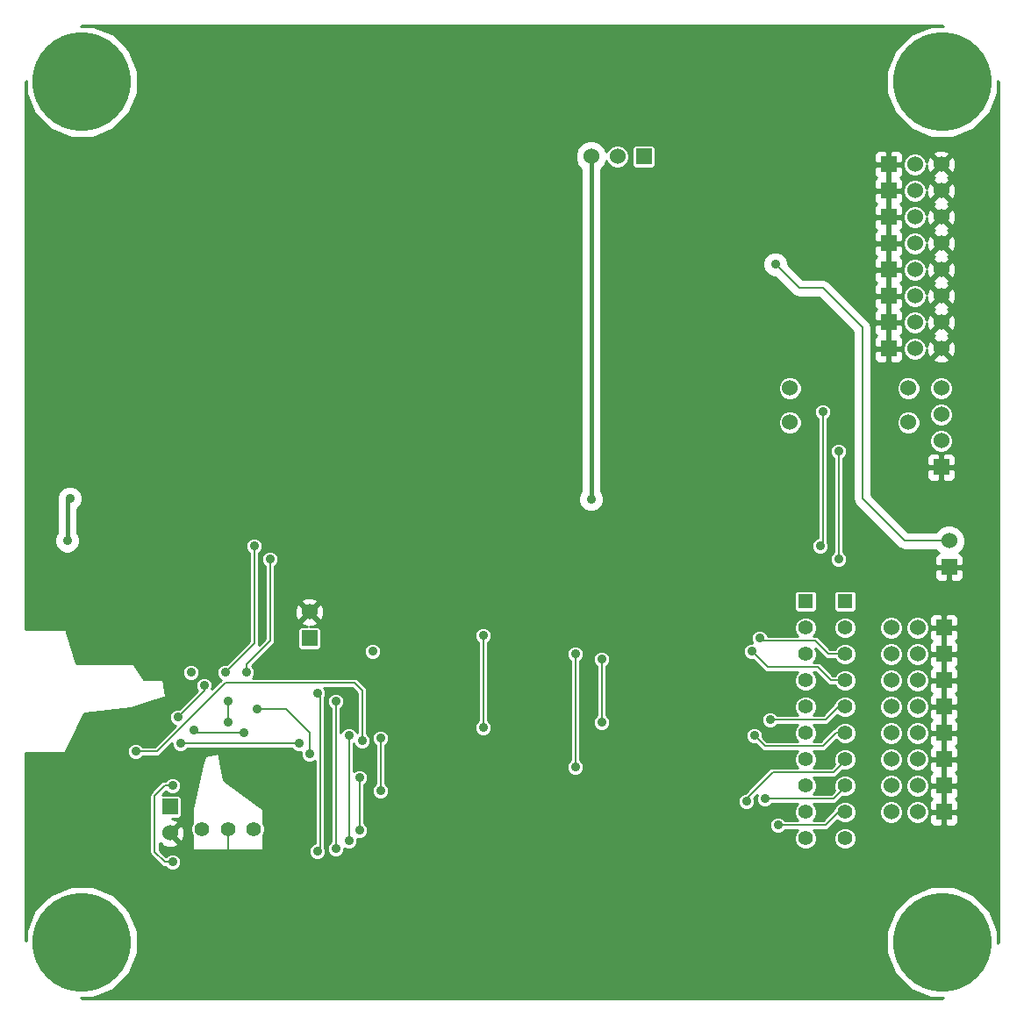
<source format=gbl>
G04 (created by PCBNEW (2013-04-19 BZR 4011)-stable) date 05/06/2014 14:59:41*
%MOIN*%
G04 Gerber Fmt 3.4, Leading zero omitted, Abs format*
%FSLAX34Y34*%
G01*
G70*
G90*
G04 APERTURE LIST*
%ADD10C,0*%
%ADD11C,0.055*%
%ADD12R,0.06X0.06*%
%ADD13C,0.06*%
%ADD14R,0.055X0.055*%
%ADD15C,0.375*%
%ADD16C,0.035*%
%ADD17C,0.008*%
%ADD18C,0.015*%
%ADD19C,0.01*%
G04 APERTURE END LIST*
G54D10*
G54D11*
X6916Y-30750D03*
X8884Y-30750D03*
X7900Y-30750D03*
G54D12*
X23700Y-5200D03*
G54D13*
X22700Y-5200D03*
X21700Y-5200D03*
G54D12*
X35300Y-20800D03*
G54D13*
X35300Y-19800D03*
G54D12*
X5700Y-29900D03*
G54D13*
X5700Y-30900D03*
G54D14*
X29850Y-22100D03*
G54D11*
X29850Y-23100D03*
X29850Y-24100D03*
X29850Y-25100D03*
X29850Y-26100D03*
X29850Y-27100D03*
X29850Y-28100D03*
X29850Y-29100D03*
X29850Y-30100D03*
X29850Y-31100D03*
G54D14*
X31350Y-22100D03*
G54D11*
X31350Y-23100D03*
X31350Y-24100D03*
X31350Y-25100D03*
X31350Y-26100D03*
X31350Y-27100D03*
X31350Y-28100D03*
X31350Y-29100D03*
X31350Y-30100D03*
X31350Y-31100D03*
G54D13*
X29250Y-15300D03*
X33750Y-15300D03*
X29250Y-14000D03*
X33750Y-14000D03*
G54D12*
X35000Y-17000D03*
G54D13*
X35000Y-16000D03*
X35000Y-15000D03*
X35000Y-14000D03*
G54D15*
X35039Y-35039D03*
X35039Y-2362D03*
X2362Y-2362D03*
X2362Y-35039D03*
G54D12*
X35100Y-23100D03*
G54D13*
X34100Y-23100D03*
X33100Y-23100D03*
G54D12*
X35100Y-24100D03*
G54D13*
X34100Y-24100D03*
X33100Y-24100D03*
G54D12*
X35100Y-25100D03*
G54D13*
X34100Y-25100D03*
X33100Y-25100D03*
G54D12*
X35100Y-26100D03*
G54D13*
X34100Y-26100D03*
X33100Y-26100D03*
G54D12*
X35100Y-27100D03*
G54D13*
X34100Y-27100D03*
X33100Y-27100D03*
G54D12*
X35100Y-28100D03*
G54D13*
X34100Y-28100D03*
X33100Y-28100D03*
G54D12*
X35100Y-29100D03*
G54D13*
X34100Y-29100D03*
X33100Y-29100D03*
G54D12*
X35100Y-30100D03*
G54D13*
X34100Y-30100D03*
X33100Y-30100D03*
G54D12*
X11000Y-23500D03*
G54D13*
X11000Y-22500D03*
G54D12*
X33000Y-5500D03*
G54D13*
X34000Y-5500D03*
X35000Y-5500D03*
G54D12*
X33000Y-6500D03*
G54D13*
X34000Y-6500D03*
X35000Y-6500D03*
G54D12*
X33000Y-7500D03*
G54D13*
X34000Y-7500D03*
X35000Y-7500D03*
G54D12*
X33000Y-8500D03*
G54D13*
X34000Y-8500D03*
X35000Y-8500D03*
G54D12*
X33000Y-9500D03*
G54D13*
X34000Y-9500D03*
X35000Y-9500D03*
G54D12*
X33000Y-10500D03*
G54D13*
X34000Y-10500D03*
X35000Y-10500D03*
G54D12*
X33000Y-11500D03*
G54D13*
X34000Y-11500D03*
X35000Y-11500D03*
G54D12*
X33000Y-12500D03*
G54D13*
X34000Y-12500D03*
X35000Y-12500D03*
G54D16*
X13400Y-24000D03*
X6600Y-27000D03*
X6500Y-24800D03*
X8500Y-27100D03*
X13700Y-27300D03*
X13700Y-29300D03*
X12900Y-28800D03*
X12900Y-30800D03*
X12500Y-31200D03*
X12500Y-27200D03*
X22100Y-26700D03*
X22100Y-24300D03*
X7800Y-24800D03*
X30400Y-20000D03*
X8900Y-20000D03*
X30500Y-14900D03*
X6000Y-26500D03*
X7000Y-25300D03*
X8600Y-24800D03*
X31100Y-20500D03*
X9500Y-20500D03*
X31100Y-16400D03*
X7900Y-26700D03*
X7900Y-25900D03*
X28700Y-9300D03*
X21700Y-18220D03*
X1900Y-18200D03*
X1800Y-19800D03*
X17600Y-23400D03*
X17600Y-26900D03*
X28100Y-23500D03*
X21100Y-28400D03*
X21100Y-24100D03*
X6100Y-27500D03*
X10600Y-27500D03*
X27800Y-24000D03*
X13000Y-27400D03*
X28500Y-26600D03*
X4400Y-27800D03*
X27900Y-27200D03*
X9000Y-26200D03*
X11000Y-27900D03*
X12000Y-31500D03*
X12000Y-25900D03*
X27600Y-29700D03*
X11300Y-31600D03*
X11300Y-25600D03*
X28300Y-29600D03*
X5800Y-29100D03*
X5800Y-32000D03*
X28800Y-30600D03*
X7300Y-19800D03*
X26100Y-4300D03*
X23800Y-8300D03*
X24600Y-7600D03*
X6800Y-27900D03*
X800Y-28200D03*
X2400Y-27100D03*
X8500Y-23300D03*
X4800Y-22400D03*
X5500Y-22500D03*
X6100Y-23300D03*
X5800Y-25700D03*
X10200Y-28000D03*
X10900Y-30300D03*
X25600Y-29300D03*
X27500Y-28800D03*
G54D17*
X8500Y-27100D02*
X6700Y-27100D01*
X6700Y-27100D02*
X6600Y-27000D01*
X13700Y-27300D02*
X13700Y-29300D01*
X12900Y-30800D02*
X12900Y-28800D01*
X12500Y-31200D02*
X12500Y-27200D01*
X22100Y-24300D02*
X22100Y-26700D01*
X7800Y-24800D02*
X8900Y-23700D01*
X8900Y-23700D02*
X8900Y-20000D01*
X30500Y-19900D02*
X30500Y-14900D01*
X30400Y-20000D02*
X30500Y-19900D01*
X6000Y-26500D02*
X7000Y-25500D01*
X7000Y-25500D02*
X7000Y-25300D01*
X9500Y-23600D02*
X9500Y-23100D01*
X8600Y-24500D02*
X9500Y-23600D01*
X8600Y-24800D02*
X8600Y-24500D01*
X9500Y-23100D02*
X9500Y-20500D01*
X31100Y-20500D02*
X31100Y-16400D01*
X7900Y-26700D02*
X7900Y-25900D01*
X35300Y-19800D02*
X33600Y-19800D01*
X29600Y-10200D02*
X28700Y-9300D01*
X30500Y-10200D02*
X29600Y-10200D01*
X32000Y-11700D02*
X30500Y-10200D01*
X32000Y-18200D02*
X32000Y-11700D01*
X33600Y-19800D02*
X32000Y-18200D01*
G54D18*
X1800Y-19800D02*
X1800Y-18300D01*
X1800Y-18300D02*
X1900Y-18200D01*
X21700Y-5200D02*
X21700Y-18220D01*
G54D17*
X17600Y-23400D02*
X17600Y-26900D01*
X31350Y-23100D02*
X31350Y-23250D01*
X31350Y-24100D02*
X30700Y-24100D01*
X28200Y-23600D02*
X28100Y-23500D01*
X30200Y-23600D02*
X28200Y-23600D01*
X30700Y-24100D02*
X30200Y-23600D01*
X31350Y-24100D02*
X31200Y-24100D01*
X21100Y-28400D02*
X21100Y-24100D01*
X31350Y-25100D02*
X30800Y-25100D01*
X10600Y-27500D02*
X6100Y-27500D01*
X28400Y-24600D02*
X27800Y-24000D01*
X30300Y-24600D02*
X28400Y-24600D01*
X30800Y-25100D02*
X30300Y-24600D01*
X31350Y-25100D02*
X31350Y-25250D01*
X4400Y-27800D02*
X5200Y-27800D01*
X7800Y-25200D02*
X12700Y-25200D01*
X5200Y-27800D02*
X7800Y-25200D01*
X13000Y-25500D02*
X12700Y-25200D01*
X13000Y-27400D02*
X13000Y-25500D01*
X31350Y-26100D02*
X31100Y-26100D01*
X31100Y-26100D02*
X30600Y-26600D01*
X30600Y-26600D02*
X28500Y-26600D01*
X31350Y-26100D02*
X31350Y-26250D01*
X28300Y-27600D02*
X30500Y-27600D01*
X27900Y-27200D02*
X28300Y-27600D01*
X31350Y-27100D02*
X31000Y-27100D01*
X10100Y-26200D02*
X9000Y-26200D01*
X11000Y-27100D02*
X10100Y-26200D01*
X11000Y-27900D02*
X11000Y-27100D01*
X31000Y-27100D02*
X30500Y-27600D01*
X30900Y-28600D02*
X28600Y-28600D01*
X28600Y-28600D02*
X27600Y-29600D01*
X27600Y-29600D02*
X27600Y-29700D01*
X12000Y-31500D02*
X12000Y-25900D01*
X31350Y-28100D02*
X31350Y-28150D01*
X31350Y-28150D02*
X30900Y-28600D01*
X11300Y-31600D02*
X11400Y-31500D01*
X11400Y-25700D02*
X11300Y-25600D01*
X11400Y-25700D02*
X11400Y-31500D01*
X31350Y-29100D02*
X31350Y-29150D01*
X31350Y-29150D02*
X30900Y-29600D01*
X30900Y-29600D02*
X28300Y-29600D01*
X31350Y-29100D02*
X31100Y-29100D01*
X5800Y-32000D02*
X5500Y-32000D01*
X5500Y-29100D02*
X5800Y-29100D01*
X5120Y-29480D02*
X5500Y-29100D01*
X5120Y-31620D02*
X5120Y-29480D01*
X5500Y-32000D02*
X5120Y-31620D01*
X31350Y-30100D02*
X31100Y-30100D01*
X30600Y-30600D02*
X28800Y-30600D01*
X31100Y-30100D02*
X30600Y-30600D01*
X31350Y-30100D02*
X31300Y-30100D01*
X7900Y-30750D02*
X7900Y-31600D01*
G54D10*
G36*
X37176Y-35021D02*
X37164Y-35082D01*
X37164Y-35082D01*
X37164Y-34618D01*
X36841Y-33837D01*
X36244Y-33238D01*
X35900Y-33095D01*
X35900Y-19681D01*
X35808Y-19460D01*
X35640Y-19291D01*
X35554Y-19256D01*
X35554Y-12581D01*
X35554Y-11581D01*
X35554Y-10581D01*
X35554Y-9581D01*
X35554Y-8581D01*
X35554Y-7581D01*
X35554Y-6581D01*
X35554Y-5581D01*
X35543Y-5363D01*
X35481Y-5212D01*
X35385Y-5184D01*
X35315Y-5255D01*
X35315Y-5114D01*
X35287Y-5018D01*
X35081Y-4945D01*
X34863Y-4956D01*
X34712Y-5018D01*
X34684Y-5114D01*
X35000Y-5429D01*
X35315Y-5114D01*
X35315Y-5255D01*
X35070Y-5500D01*
X35385Y-5815D01*
X35481Y-5787D01*
X35554Y-5581D01*
X35554Y-6581D01*
X35543Y-6363D01*
X35481Y-6212D01*
X35385Y-6184D01*
X35315Y-6255D01*
X35315Y-6114D01*
X35287Y-6018D01*
X35239Y-6001D01*
X35287Y-5981D01*
X35315Y-5885D01*
X35000Y-5570D01*
X34929Y-5641D01*
X34929Y-5500D01*
X34614Y-5184D01*
X34518Y-5212D01*
X34448Y-5407D01*
X34381Y-5245D01*
X34255Y-5118D01*
X34089Y-5050D01*
X33910Y-5049D01*
X33745Y-5118D01*
X33618Y-5244D01*
X33550Y-5410D01*
X33550Y-5450D01*
X33550Y-5249D01*
X33549Y-5150D01*
X33511Y-5058D01*
X33441Y-4987D01*
X33349Y-4949D01*
X33112Y-4950D01*
X33050Y-5012D01*
X33050Y-5450D01*
X33487Y-5450D01*
X33550Y-5387D01*
X33550Y-5249D01*
X33550Y-5450D01*
X33549Y-5589D01*
X33618Y-5754D01*
X33744Y-5881D01*
X33910Y-5949D01*
X34089Y-5950D01*
X34254Y-5881D01*
X34381Y-5755D01*
X34449Y-5589D01*
X34449Y-5513D01*
X34456Y-5636D01*
X34518Y-5787D01*
X34614Y-5815D01*
X34929Y-5500D01*
X34929Y-5641D01*
X34684Y-5885D01*
X34712Y-5981D01*
X34760Y-5998D01*
X34712Y-6018D01*
X34684Y-6114D01*
X35000Y-6429D01*
X35315Y-6114D01*
X35315Y-6255D01*
X35070Y-6500D01*
X35385Y-6815D01*
X35481Y-6787D01*
X35554Y-6581D01*
X35554Y-7581D01*
X35543Y-7363D01*
X35481Y-7212D01*
X35385Y-7184D01*
X35315Y-7255D01*
X35315Y-7114D01*
X35287Y-7018D01*
X35239Y-7001D01*
X35287Y-6981D01*
X35315Y-6885D01*
X35000Y-6570D01*
X34929Y-6641D01*
X34929Y-6500D01*
X34614Y-6184D01*
X34518Y-6212D01*
X34448Y-6407D01*
X34381Y-6245D01*
X34255Y-6118D01*
X34089Y-6050D01*
X33910Y-6049D01*
X33745Y-6118D01*
X33618Y-6244D01*
X33550Y-6410D01*
X33550Y-6450D01*
X33550Y-6249D01*
X33549Y-6150D01*
X33511Y-6058D01*
X33453Y-6000D01*
X33511Y-5941D01*
X33549Y-5849D01*
X33550Y-5750D01*
X33550Y-5612D01*
X33487Y-5550D01*
X33050Y-5550D01*
X33050Y-5987D01*
X33062Y-6000D01*
X33050Y-6012D01*
X33050Y-6450D01*
X33487Y-6450D01*
X33550Y-6387D01*
X33550Y-6249D01*
X33550Y-6450D01*
X33549Y-6589D01*
X33618Y-6754D01*
X33744Y-6881D01*
X33910Y-6949D01*
X34089Y-6950D01*
X34254Y-6881D01*
X34381Y-6755D01*
X34449Y-6589D01*
X34449Y-6513D01*
X34456Y-6636D01*
X34518Y-6787D01*
X34614Y-6815D01*
X34929Y-6500D01*
X34929Y-6641D01*
X34684Y-6885D01*
X34712Y-6981D01*
X34760Y-6998D01*
X34712Y-7018D01*
X34684Y-7114D01*
X35000Y-7429D01*
X35315Y-7114D01*
X35315Y-7255D01*
X35070Y-7500D01*
X35385Y-7815D01*
X35481Y-7787D01*
X35554Y-7581D01*
X35554Y-8581D01*
X35543Y-8363D01*
X35481Y-8212D01*
X35385Y-8184D01*
X35315Y-8255D01*
X35315Y-8114D01*
X35287Y-8018D01*
X35239Y-8001D01*
X35287Y-7981D01*
X35315Y-7885D01*
X35000Y-7570D01*
X34929Y-7641D01*
X34929Y-7500D01*
X34614Y-7184D01*
X34518Y-7212D01*
X34448Y-7407D01*
X34381Y-7245D01*
X34255Y-7118D01*
X34089Y-7050D01*
X33910Y-7049D01*
X33745Y-7118D01*
X33618Y-7244D01*
X33550Y-7410D01*
X33550Y-7450D01*
X33550Y-7249D01*
X33549Y-7150D01*
X33511Y-7058D01*
X33453Y-7000D01*
X33511Y-6941D01*
X33549Y-6849D01*
X33550Y-6750D01*
X33550Y-6612D01*
X33487Y-6550D01*
X33050Y-6550D01*
X33050Y-6987D01*
X33062Y-7000D01*
X33050Y-7012D01*
X33050Y-7450D01*
X33487Y-7450D01*
X33550Y-7387D01*
X33550Y-7249D01*
X33550Y-7450D01*
X33549Y-7589D01*
X33618Y-7754D01*
X33744Y-7881D01*
X33910Y-7949D01*
X34089Y-7950D01*
X34254Y-7881D01*
X34381Y-7755D01*
X34449Y-7589D01*
X34449Y-7513D01*
X34456Y-7636D01*
X34518Y-7787D01*
X34614Y-7815D01*
X34929Y-7500D01*
X34929Y-7641D01*
X34684Y-7885D01*
X34712Y-7981D01*
X34760Y-7998D01*
X34712Y-8018D01*
X34684Y-8114D01*
X35000Y-8429D01*
X35315Y-8114D01*
X35315Y-8255D01*
X35070Y-8500D01*
X35385Y-8815D01*
X35481Y-8787D01*
X35554Y-8581D01*
X35554Y-9581D01*
X35543Y-9363D01*
X35481Y-9212D01*
X35385Y-9184D01*
X35315Y-9255D01*
X35315Y-9114D01*
X35287Y-9018D01*
X35239Y-9001D01*
X35287Y-8981D01*
X35315Y-8885D01*
X35000Y-8570D01*
X34929Y-8641D01*
X34929Y-8500D01*
X34614Y-8184D01*
X34518Y-8212D01*
X34448Y-8407D01*
X34381Y-8245D01*
X34255Y-8118D01*
X34089Y-8050D01*
X33910Y-8049D01*
X33745Y-8118D01*
X33618Y-8244D01*
X33550Y-8410D01*
X33550Y-8450D01*
X33550Y-8249D01*
X33549Y-8150D01*
X33511Y-8058D01*
X33453Y-8000D01*
X33511Y-7941D01*
X33549Y-7849D01*
X33550Y-7750D01*
X33550Y-7612D01*
X33487Y-7550D01*
X33050Y-7550D01*
X33050Y-7987D01*
X33062Y-8000D01*
X33050Y-8012D01*
X33050Y-8450D01*
X33487Y-8450D01*
X33550Y-8387D01*
X33550Y-8249D01*
X33550Y-8450D01*
X33549Y-8589D01*
X33618Y-8754D01*
X33744Y-8881D01*
X33910Y-8949D01*
X34089Y-8950D01*
X34254Y-8881D01*
X34381Y-8755D01*
X34449Y-8589D01*
X34449Y-8513D01*
X34456Y-8636D01*
X34518Y-8787D01*
X34614Y-8815D01*
X34929Y-8500D01*
X34929Y-8641D01*
X34684Y-8885D01*
X34712Y-8981D01*
X34760Y-8998D01*
X34712Y-9018D01*
X34684Y-9114D01*
X35000Y-9429D01*
X35315Y-9114D01*
X35315Y-9255D01*
X35070Y-9500D01*
X35385Y-9815D01*
X35481Y-9787D01*
X35554Y-9581D01*
X35554Y-10581D01*
X35543Y-10363D01*
X35481Y-10212D01*
X35385Y-10184D01*
X35315Y-10255D01*
X35315Y-10114D01*
X35287Y-10018D01*
X35239Y-10001D01*
X35287Y-9981D01*
X35315Y-9885D01*
X35000Y-9570D01*
X34929Y-9641D01*
X34929Y-9500D01*
X34614Y-9184D01*
X34518Y-9212D01*
X34448Y-9407D01*
X34381Y-9245D01*
X34255Y-9118D01*
X34089Y-9050D01*
X33910Y-9049D01*
X33745Y-9118D01*
X33618Y-9244D01*
X33550Y-9410D01*
X33550Y-9450D01*
X33550Y-9249D01*
X33549Y-9150D01*
X33511Y-9058D01*
X33453Y-9000D01*
X33511Y-8941D01*
X33549Y-8849D01*
X33550Y-8750D01*
X33550Y-8612D01*
X33487Y-8550D01*
X33050Y-8550D01*
X33050Y-8987D01*
X33062Y-9000D01*
X33050Y-9012D01*
X33050Y-9450D01*
X33487Y-9450D01*
X33550Y-9387D01*
X33550Y-9249D01*
X33550Y-9450D01*
X33549Y-9589D01*
X33618Y-9754D01*
X33744Y-9881D01*
X33910Y-9949D01*
X34089Y-9950D01*
X34254Y-9881D01*
X34381Y-9755D01*
X34449Y-9589D01*
X34449Y-9513D01*
X34456Y-9636D01*
X34518Y-9787D01*
X34614Y-9815D01*
X34929Y-9500D01*
X34929Y-9641D01*
X34684Y-9885D01*
X34712Y-9981D01*
X34760Y-9998D01*
X34712Y-10018D01*
X34684Y-10114D01*
X35000Y-10429D01*
X35315Y-10114D01*
X35315Y-10255D01*
X35070Y-10500D01*
X35385Y-10815D01*
X35481Y-10787D01*
X35554Y-10581D01*
X35554Y-11581D01*
X35543Y-11363D01*
X35481Y-11212D01*
X35385Y-11184D01*
X35315Y-11255D01*
X35315Y-11114D01*
X35287Y-11018D01*
X35239Y-11001D01*
X35287Y-10981D01*
X35315Y-10885D01*
X35000Y-10570D01*
X34929Y-10641D01*
X34929Y-10500D01*
X34614Y-10184D01*
X34518Y-10212D01*
X34448Y-10407D01*
X34381Y-10245D01*
X34255Y-10118D01*
X34089Y-10050D01*
X33910Y-10049D01*
X33745Y-10118D01*
X33618Y-10244D01*
X33550Y-10410D01*
X33550Y-10450D01*
X33550Y-10249D01*
X33549Y-10150D01*
X33511Y-10058D01*
X33453Y-10000D01*
X33511Y-9941D01*
X33549Y-9849D01*
X33550Y-9750D01*
X33550Y-9612D01*
X33487Y-9550D01*
X33050Y-9550D01*
X33050Y-9987D01*
X33062Y-10000D01*
X33050Y-10012D01*
X33050Y-10450D01*
X33487Y-10450D01*
X33550Y-10387D01*
X33550Y-10249D01*
X33550Y-10450D01*
X33549Y-10589D01*
X33618Y-10754D01*
X33744Y-10881D01*
X33910Y-10949D01*
X34089Y-10950D01*
X34254Y-10881D01*
X34381Y-10755D01*
X34449Y-10589D01*
X34449Y-10513D01*
X34456Y-10636D01*
X34518Y-10787D01*
X34614Y-10815D01*
X34929Y-10500D01*
X34929Y-10641D01*
X34684Y-10885D01*
X34712Y-10981D01*
X34760Y-10998D01*
X34712Y-11018D01*
X34684Y-11114D01*
X35000Y-11429D01*
X35315Y-11114D01*
X35315Y-11255D01*
X35070Y-11500D01*
X35385Y-11815D01*
X35481Y-11787D01*
X35554Y-11581D01*
X35554Y-12581D01*
X35543Y-12363D01*
X35481Y-12212D01*
X35385Y-12184D01*
X35315Y-12255D01*
X35315Y-12114D01*
X35287Y-12018D01*
X35239Y-12001D01*
X35287Y-11981D01*
X35315Y-11885D01*
X35000Y-11570D01*
X34929Y-11641D01*
X34929Y-11500D01*
X34614Y-11184D01*
X34518Y-11212D01*
X34448Y-11407D01*
X34381Y-11245D01*
X34255Y-11118D01*
X34089Y-11050D01*
X33910Y-11049D01*
X33745Y-11118D01*
X33618Y-11244D01*
X33550Y-11410D01*
X33550Y-11450D01*
X33550Y-11249D01*
X33549Y-11150D01*
X33511Y-11058D01*
X33453Y-11000D01*
X33511Y-10941D01*
X33549Y-10849D01*
X33550Y-10750D01*
X33550Y-10612D01*
X33487Y-10550D01*
X33050Y-10550D01*
X33050Y-10987D01*
X33062Y-11000D01*
X33050Y-11012D01*
X33050Y-11450D01*
X33487Y-11450D01*
X33550Y-11387D01*
X33550Y-11249D01*
X33550Y-11450D01*
X33549Y-11589D01*
X33618Y-11754D01*
X33744Y-11881D01*
X33910Y-11949D01*
X34089Y-11950D01*
X34254Y-11881D01*
X34381Y-11755D01*
X34449Y-11589D01*
X34449Y-11513D01*
X34456Y-11636D01*
X34518Y-11787D01*
X34614Y-11815D01*
X34929Y-11500D01*
X34929Y-11641D01*
X34684Y-11885D01*
X34712Y-11981D01*
X34760Y-11998D01*
X34712Y-12018D01*
X34684Y-12114D01*
X35000Y-12429D01*
X35315Y-12114D01*
X35315Y-12255D01*
X35070Y-12500D01*
X35385Y-12815D01*
X35481Y-12787D01*
X35554Y-12581D01*
X35554Y-19256D01*
X35550Y-19254D01*
X35550Y-17250D01*
X35550Y-16749D01*
X35549Y-16650D01*
X35511Y-16558D01*
X35450Y-16496D01*
X35450Y-15910D01*
X35450Y-14910D01*
X35450Y-13910D01*
X35381Y-13745D01*
X35315Y-13678D01*
X35315Y-12885D01*
X35000Y-12570D01*
X34929Y-12641D01*
X34929Y-12500D01*
X34614Y-12184D01*
X34518Y-12212D01*
X34448Y-12407D01*
X34381Y-12245D01*
X34255Y-12118D01*
X34089Y-12050D01*
X33910Y-12049D01*
X33745Y-12118D01*
X33618Y-12244D01*
X33550Y-12410D01*
X33550Y-12450D01*
X33550Y-12249D01*
X33549Y-12150D01*
X33511Y-12058D01*
X33453Y-12000D01*
X33511Y-11941D01*
X33549Y-11849D01*
X33550Y-11750D01*
X33550Y-11612D01*
X33487Y-11550D01*
X33050Y-11550D01*
X33050Y-11987D01*
X33062Y-12000D01*
X33050Y-12012D01*
X33050Y-12450D01*
X33487Y-12450D01*
X33550Y-12387D01*
X33550Y-12249D01*
X33550Y-12450D01*
X33549Y-12589D01*
X33618Y-12754D01*
X33744Y-12881D01*
X33910Y-12949D01*
X34089Y-12950D01*
X34254Y-12881D01*
X34381Y-12755D01*
X34449Y-12589D01*
X34449Y-12513D01*
X34456Y-12636D01*
X34518Y-12787D01*
X34614Y-12815D01*
X34929Y-12500D01*
X34929Y-12641D01*
X34684Y-12885D01*
X34712Y-12981D01*
X34918Y-13054D01*
X35136Y-13043D01*
X35287Y-12981D01*
X35315Y-12885D01*
X35315Y-13678D01*
X35255Y-13618D01*
X35089Y-13550D01*
X34910Y-13549D01*
X34745Y-13618D01*
X34618Y-13744D01*
X34550Y-13910D01*
X34549Y-14089D01*
X34618Y-14254D01*
X34744Y-14381D01*
X34910Y-14449D01*
X35089Y-14450D01*
X35254Y-14381D01*
X35381Y-14255D01*
X35449Y-14089D01*
X35450Y-13910D01*
X35450Y-14910D01*
X35381Y-14745D01*
X35255Y-14618D01*
X35089Y-14550D01*
X34910Y-14549D01*
X34745Y-14618D01*
X34618Y-14744D01*
X34550Y-14910D01*
X34549Y-15089D01*
X34618Y-15254D01*
X34744Y-15381D01*
X34910Y-15449D01*
X35089Y-15450D01*
X35254Y-15381D01*
X35381Y-15255D01*
X35449Y-15089D01*
X35450Y-14910D01*
X35450Y-15910D01*
X35381Y-15745D01*
X35255Y-15618D01*
X35089Y-15550D01*
X34910Y-15549D01*
X34745Y-15618D01*
X34618Y-15744D01*
X34550Y-15910D01*
X34549Y-16089D01*
X34618Y-16254D01*
X34744Y-16381D01*
X34910Y-16449D01*
X35089Y-16450D01*
X35254Y-16381D01*
X35381Y-16255D01*
X35449Y-16089D01*
X35450Y-15910D01*
X35450Y-16496D01*
X35441Y-16487D01*
X35349Y-16449D01*
X35112Y-16450D01*
X35050Y-16512D01*
X35050Y-16950D01*
X35487Y-16950D01*
X35550Y-16887D01*
X35550Y-16749D01*
X35550Y-17250D01*
X35550Y-17112D01*
X35487Y-17050D01*
X35050Y-17050D01*
X35050Y-17487D01*
X35112Y-17550D01*
X35349Y-17550D01*
X35441Y-17512D01*
X35511Y-17441D01*
X35549Y-17349D01*
X35550Y-17250D01*
X35550Y-19254D01*
X35419Y-19200D01*
X35181Y-19199D01*
X34960Y-19291D01*
X34950Y-19301D01*
X34950Y-17487D01*
X34950Y-17050D01*
X34950Y-16950D01*
X34950Y-16512D01*
X34887Y-16450D01*
X34650Y-16449D01*
X34558Y-16487D01*
X34488Y-16558D01*
X34450Y-16650D01*
X34449Y-16749D01*
X34450Y-16887D01*
X34512Y-16950D01*
X34950Y-16950D01*
X34950Y-17050D01*
X34512Y-17050D01*
X34450Y-17112D01*
X34449Y-17250D01*
X34450Y-17349D01*
X34488Y-17441D01*
X34558Y-17512D01*
X34650Y-17550D01*
X34887Y-17550D01*
X34950Y-17487D01*
X34950Y-19301D01*
X34791Y-19459D01*
X34791Y-19460D01*
X34200Y-19460D01*
X34200Y-15210D01*
X34200Y-13910D01*
X34131Y-13745D01*
X34005Y-13618D01*
X33839Y-13550D01*
X33660Y-13549D01*
X33550Y-13595D01*
X33550Y-12750D01*
X33550Y-12612D01*
X33487Y-12550D01*
X33050Y-12550D01*
X33050Y-12987D01*
X33112Y-13050D01*
X33349Y-13050D01*
X33441Y-13012D01*
X33511Y-12941D01*
X33549Y-12849D01*
X33550Y-12750D01*
X33550Y-13595D01*
X33495Y-13618D01*
X33368Y-13744D01*
X33300Y-13910D01*
X33299Y-14089D01*
X33368Y-14254D01*
X33494Y-14381D01*
X33660Y-14449D01*
X33839Y-14450D01*
X34004Y-14381D01*
X34131Y-14255D01*
X34199Y-14089D01*
X34200Y-13910D01*
X34200Y-15210D01*
X34131Y-15045D01*
X34005Y-14918D01*
X33839Y-14850D01*
X33660Y-14849D01*
X33495Y-14918D01*
X33368Y-15044D01*
X33300Y-15210D01*
X33299Y-15389D01*
X33368Y-15554D01*
X33494Y-15681D01*
X33660Y-15749D01*
X33839Y-15750D01*
X34004Y-15681D01*
X34131Y-15555D01*
X34199Y-15389D01*
X34200Y-15210D01*
X34200Y-19460D01*
X33740Y-19460D01*
X32950Y-18669D01*
X32950Y-12987D01*
X32950Y-12550D01*
X32950Y-12450D01*
X32950Y-12012D01*
X32937Y-12000D01*
X32950Y-11987D01*
X32950Y-11550D01*
X32950Y-11450D01*
X32950Y-11012D01*
X32937Y-11000D01*
X32950Y-10987D01*
X32950Y-10550D01*
X32950Y-10450D01*
X32950Y-10012D01*
X32937Y-10000D01*
X32950Y-9987D01*
X32950Y-9550D01*
X32950Y-9450D01*
X32950Y-9012D01*
X32937Y-9000D01*
X32950Y-8987D01*
X32950Y-8550D01*
X32950Y-8450D01*
X32950Y-8012D01*
X32937Y-8000D01*
X32950Y-7987D01*
X32950Y-7550D01*
X32950Y-7450D01*
X32950Y-7012D01*
X32937Y-7000D01*
X32950Y-6987D01*
X32950Y-6550D01*
X32950Y-6450D01*
X32950Y-6012D01*
X32937Y-6000D01*
X32950Y-5987D01*
X32950Y-5550D01*
X32950Y-5450D01*
X32950Y-5012D01*
X32887Y-4950D01*
X32650Y-4949D01*
X32558Y-4987D01*
X32488Y-5058D01*
X32450Y-5150D01*
X32449Y-5249D01*
X32450Y-5387D01*
X32512Y-5450D01*
X32950Y-5450D01*
X32950Y-5550D01*
X32512Y-5550D01*
X32450Y-5612D01*
X32449Y-5750D01*
X32450Y-5849D01*
X32488Y-5941D01*
X32546Y-6000D01*
X32488Y-6058D01*
X32450Y-6150D01*
X32449Y-6249D01*
X32450Y-6387D01*
X32512Y-6450D01*
X32950Y-6450D01*
X32950Y-6550D01*
X32512Y-6550D01*
X32450Y-6612D01*
X32449Y-6750D01*
X32450Y-6849D01*
X32488Y-6941D01*
X32546Y-7000D01*
X32488Y-7058D01*
X32450Y-7150D01*
X32449Y-7249D01*
X32450Y-7387D01*
X32512Y-7450D01*
X32950Y-7450D01*
X32950Y-7550D01*
X32512Y-7550D01*
X32450Y-7612D01*
X32449Y-7750D01*
X32450Y-7849D01*
X32488Y-7941D01*
X32546Y-8000D01*
X32488Y-8058D01*
X32450Y-8150D01*
X32449Y-8249D01*
X32450Y-8387D01*
X32512Y-8450D01*
X32950Y-8450D01*
X32950Y-8550D01*
X32512Y-8550D01*
X32450Y-8612D01*
X32449Y-8750D01*
X32450Y-8849D01*
X32488Y-8941D01*
X32546Y-9000D01*
X32488Y-9058D01*
X32450Y-9150D01*
X32449Y-9249D01*
X32450Y-9387D01*
X32512Y-9450D01*
X32950Y-9450D01*
X32950Y-9550D01*
X32512Y-9550D01*
X32450Y-9612D01*
X32449Y-9750D01*
X32450Y-9849D01*
X32488Y-9941D01*
X32546Y-10000D01*
X32488Y-10058D01*
X32450Y-10150D01*
X32449Y-10249D01*
X32450Y-10387D01*
X32512Y-10450D01*
X32950Y-10450D01*
X32950Y-10550D01*
X32512Y-10550D01*
X32450Y-10612D01*
X32449Y-10750D01*
X32450Y-10849D01*
X32488Y-10941D01*
X32546Y-11000D01*
X32488Y-11058D01*
X32450Y-11150D01*
X32449Y-11249D01*
X32450Y-11387D01*
X32512Y-11450D01*
X32950Y-11450D01*
X32950Y-11550D01*
X32512Y-11550D01*
X32450Y-11612D01*
X32449Y-11750D01*
X32450Y-11849D01*
X32488Y-11941D01*
X32546Y-12000D01*
X32488Y-12058D01*
X32450Y-12150D01*
X32449Y-12249D01*
X32450Y-12387D01*
X32512Y-12450D01*
X32950Y-12450D01*
X32950Y-12550D01*
X32512Y-12550D01*
X32450Y-12612D01*
X32449Y-12750D01*
X32450Y-12849D01*
X32488Y-12941D01*
X32558Y-13012D01*
X32650Y-13050D01*
X32887Y-13050D01*
X32950Y-12987D01*
X32950Y-18669D01*
X32340Y-18059D01*
X32340Y-11700D01*
X32314Y-11569D01*
X32314Y-11569D01*
X32289Y-11533D01*
X32240Y-11459D01*
X32240Y-11459D01*
X30740Y-9959D01*
X30630Y-9885D01*
X30500Y-9860D01*
X29740Y-9860D01*
X29175Y-9294D01*
X29175Y-9205D01*
X29102Y-9031D01*
X28969Y-8897D01*
X28794Y-8825D01*
X28605Y-8824D01*
X28431Y-8897D01*
X28297Y-9030D01*
X28225Y-9205D01*
X28224Y-9394D01*
X28297Y-9568D01*
X28430Y-9702D01*
X28605Y-9774D01*
X28694Y-9774D01*
X29359Y-10440D01*
X29359Y-10440D01*
X29469Y-10514D01*
X29469Y-10514D01*
X29491Y-10518D01*
X29600Y-10540D01*
X30359Y-10540D01*
X31660Y-11840D01*
X31660Y-18200D01*
X31685Y-18330D01*
X31759Y-18440D01*
X33359Y-20040D01*
X33359Y-20040D01*
X33433Y-20089D01*
X33469Y-20114D01*
X33469Y-20114D01*
X33599Y-20139D01*
X33600Y-20140D01*
X34791Y-20140D01*
X34915Y-20264D01*
X34858Y-20288D01*
X34787Y-20358D01*
X34749Y-20450D01*
X34750Y-20687D01*
X34812Y-20750D01*
X35250Y-20750D01*
X35250Y-20742D01*
X35350Y-20742D01*
X35350Y-20750D01*
X35787Y-20750D01*
X35850Y-20687D01*
X35850Y-20450D01*
X35812Y-20358D01*
X35741Y-20288D01*
X35684Y-20264D01*
X35808Y-20140D01*
X35899Y-19919D01*
X35900Y-19681D01*
X35900Y-33095D01*
X35850Y-33075D01*
X35850Y-21149D01*
X35850Y-20912D01*
X35787Y-20850D01*
X35350Y-20850D01*
X35350Y-21287D01*
X35412Y-21350D01*
X35550Y-21350D01*
X35649Y-21349D01*
X35741Y-21311D01*
X35812Y-21241D01*
X35850Y-21149D01*
X35850Y-33075D01*
X35650Y-32992D01*
X35650Y-30350D01*
X35650Y-29849D01*
X35649Y-29750D01*
X35611Y-29658D01*
X35553Y-29600D01*
X35611Y-29541D01*
X35649Y-29449D01*
X35650Y-29350D01*
X35650Y-28849D01*
X35649Y-28750D01*
X35611Y-28658D01*
X35553Y-28600D01*
X35611Y-28541D01*
X35649Y-28449D01*
X35650Y-28350D01*
X35650Y-27849D01*
X35649Y-27750D01*
X35611Y-27658D01*
X35553Y-27600D01*
X35611Y-27541D01*
X35649Y-27449D01*
X35650Y-27350D01*
X35650Y-26849D01*
X35649Y-26750D01*
X35611Y-26658D01*
X35553Y-26600D01*
X35611Y-26541D01*
X35649Y-26449D01*
X35650Y-26350D01*
X35650Y-25849D01*
X35649Y-25750D01*
X35611Y-25658D01*
X35553Y-25600D01*
X35611Y-25541D01*
X35649Y-25449D01*
X35650Y-25350D01*
X35650Y-24849D01*
X35649Y-24750D01*
X35611Y-24658D01*
X35553Y-24600D01*
X35611Y-24541D01*
X35649Y-24449D01*
X35650Y-24350D01*
X35650Y-23849D01*
X35649Y-23750D01*
X35611Y-23658D01*
X35553Y-23600D01*
X35611Y-23541D01*
X35649Y-23449D01*
X35650Y-23350D01*
X35650Y-22849D01*
X35649Y-22750D01*
X35611Y-22658D01*
X35541Y-22587D01*
X35449Y-22549D01*
X35250Y-22549D01*
X35250Y-21287D01*
X35250Y-20850D01*
X34812Y-20850D01*
X34750Y-20912D01*
X34749Y-21149D01*
X34787Y-21241D01*
X34858Y-21311D01*
X34950Y-21349D01*
X35049Y-21350D01*
X35187Y-21350D01*
X35250Y-21287D01*
X35250Y-22549D01*
X35212Y-22550D01*
X35150Y-22612D01*
X35150Y-23050D01*
X35587Y-23050D01*
X35650Y-22987D01*
X35650Y-22849D01*
X35650Y-23350D01*
X35650Y-23212D01*
X35587Y-23150D01*
X35150Y-23150D01*
X35150Y-23587D01*
X35162Y-23600D01*
X35150Y-23612D01*
X35150Y-24050D01*
X35587Y-24050D01*
X35650Y-23987D01*
X35650Y-23849D01*
X35650Y-24350D01*
X35650Y-24212D01*
X35587Y-24150D01*
X35150Y-24150D01*
X35150Y-24587D01*
X35162Y-24600D01*
X35150Y-24612D01*
X35150Y-25050D01*
X35587Y-25050D01*
X35650Y-24987D01*
X35650Y-24849D01*
X35650Y-25350D01*
X35650Y-25212D01*
X35587Y-25150D01*
X35150Y-25150D01*
X35150Y-25587D01*
X35162Y-25600D01*
X35150Y-25612D01*
X35150Y-26050D01*
X35587Y-26050D01*
X35650Y-25987D01*
X35650Y-25849D01*
X35650Y-26350D01*
X35650Y-26212D01*
X35587Y-26150D01*
X35150Y-26150D01*
X35150Y-26587D01*
X35162Y-26600D01*
X35150Y-26612D01*
X35150Y-27050D01*
X35587Y-27050D01*
X35650Y-26987D01*
X35650Y-26849D01*
X35650Y-27350D01*
X35650Y-27212D01*
X35587Y-27150D01*
X35150Y-27150D01*
X35150Y-27587D01*
X35162Y-27600D01*
X35150Y-27612D01*
X35150Y-28050D01*
X35587Y-28050D01*
X35650Y-27987D01*
X35650Y-27849D01*
X35650Y-28350D01*
X35650Y-28212D01*
X35587Y-28150D01*
X35150Y-28150D01*
X35150Y-28587D01*
X35162Y-28600D01*
X35150Y-28612D01*
X35150Y-29050D01*
X35587Y-29050D01*
X35650Y-28987D01*
X35650Y-28849D01*
X35650Y-29350D01*
X35650Y-29212D01*
X35587Y-29150D01*
X35150Y-29150D01*
X35150Y-29587D01*
X35162Y-29600D01*
X35150Y-29612D01*
X35150Y-30050D01*
X35587Y-30050D01*
X35650Y-29987D01*
X35650Y-29849D01*
X35650Y-30350D01*
X35650Y-30212D01*
X35587Y-30150D01*
X35150Y-30150D01*
X35150Y-30587D01*
X35212Y-30650D01*
X35449Y-30650D01*
X35541Y-30612D01*
X35611Y-30541D01*
X35649Y-30449D01*
X35650Y-30350D01*
X35650Y-32992D01*
X35463Y-32914D01*
X35050Y-32914D01*
X35050Y-30587D01*
X35050Y-30150D01*
X35050Y-30050D01*
X35050Y-29612D01*
X35037Y-29600D01*
X35050Y-29587D01*
X35050Y-29150D01*
X35050Y-29050D01*
X35050Y-28612D01*
X35037Y-28600D01*
X35050Y-28587D01*
X35050Y-28150D01*
X35050Y-28050D01*
X35050Y-27612D01*
X35037Y-27600D01*
X35050Y-27587D01*
X35050Y-27150D01*
X35050Y-27050D01*
X35050Y-26612D01*
X35037Y-26600D01*
X35050Y-26587D01*
X35050Y-26150D01*
X35050Y-26050D01*
X35050Y-25612D01*
X35037Y-25600D01*
X35050Y-25587D01*
X35050Y-25150D01*
X35050Y-25050D01*
X35050Y-24612D01*
X35037Y-24600D01*
X35050Y-24587D01*
X35050Y-24150D01*
X35050Y-24050D01*
X35050Y-23612D01*
X35037Y-23600D01*
X35050Y-23587D01*
X35050Y-23150D01*
X35050Y-23050D01*
X35050Y-22612D01*
X34987Y-22550D01*
X34750Y-22549D01*
X34658Y-22587D01*
X34588Y-22658D01*
X34550Y-22750D01*
X34549Y-22849D01*
X34550Y-22987D01*
X34612Y-23050D01*
X35050Y-23050D01*
X35050Y-23150D01*
X34612Y-23150D01*
X34550Y-23212D01*
X34550Y-23010D01*
X34481Y-22845D01*
X34355Y-22718D01*
X34189Y-22650D01*
X34010Y-22649D01*
X33845Y-22718D01*
X33718Y-22844D01*
X33650Y-23010D01*
X33649Y-23189D01*
X33718Y-23354D01*
X33844Y-23481D01*
X34010Y-23549D01*
X34189Y-23550D01*
X34354Y-23481D01*
X34481Y-23355D01*
X34549Y-23189D01*
X34550Y-23010D01*
X34550Y-23212D01*
X34550Y-23212D01*
X34549Y-23350D01*
X34550Y-23449D01*
X34588Y-23541D01*
X34646Y-23600D01*
X34588Y-23658D01*
X34550Y-23750D01*
X34549Y-23849D01*
X34550Y-23987D01*
X34612Y-24050D01*
X35050Y-24050D01*
X35050Y-24150D01*
X34612Y-24150D01*
X34550Y-24212D01*
X34550Y-24010D01*
X34481Y-23845D01*
X34355Y-23718D01*
X34189Y-23650D01*
X34010Y-23649D01*
X33845Y-23718D01*
X33718Y-23844D01*
X33650Y-24010D01*
X33649Y-24189D01*
X33718Y-24354D01*
X33844Y-24481D01*
X34010Y-24549D01*
X34189Y-24550D01*
X34354Y-24481D01*
X34481Y-24355D01*
X34549Y-24189D01*
X34550Y-24010D01*
X34550Y-24212D01*
X34550Y-24212D01*
X34549Y-24350D01*
X34550Y-24449D01*
X34588Y-24541D01*
X34646Y-24600D01*
X34588Y-24658D01*
X34550Y-24750D01*
X34549Y-24849D01*
X34550Y-24987D01*
X34612Y-25050D01*
X35050Y-25050D01*
X35050Y-25150D01*
X34612Y-25150D01*
X34550Y-25212D01*
X34550Y-25010D01*
X34481Y-24845D01*
X34355Y-24718D01*
X34189Y-24650D01*
X34010Y-24649D01*
X33845Y-24718D01*
X33718Y-24844D01*
X33650Y-25010D01*
X33649Y-25189D01*
X33718Y-25354D01*
X33844Y-25481D01*
X34010Y-25549D01*
X34189Y-25550D01*
X34354Y-25481D01*
X34481Y-25355D01*
X34549Y-25189D01*
X34550Y-25010D01*
X34550Y-25212D01*
X34550Y-25212D01*
X34549Y-25350D01*
X34550Y-25449D01*
X34588Y-25541D01*
X34646Y-25600D01*
X34588Y-25658D01*
X34550Y-25750D01*
X34549Y-25849D01*
X34550Y-25987D01*
X34612Y-26050D01*
X35050Y-26050D01*
X35050Y-26150D01*
X34612Y-26150D01*
X34550Y-26212D01*
X34550Y-26010D01*
X34481Y-25845D01*
X34355Y-25718D01*
X34189Y-25650D01*
X34010Y-25649D01*
X33845Y-25718D01*
X33718Y-25844D01*
X33650Y-26010D01*
X33649Y-26189D01*
X33718Y-26354D01*
X33844Y-26481D01*
X34010Y-26549D01*
X34189Y-26550D01*
X34354Y-26481D01*
X34481Y-26355D01*
X34549Y-26189D01*
X34550Y-26010D01*
X34550Y-26212D01*
X34550Y-26212D01*
X34549Y-26350D01*
X34550Y-26449D01*
X34588Y-26541D01*
X34646Y-26600D01*
X34588Y-26658D01*
X34550Y-26750D01*
X34549Y-26849D01*
X34550Y-26987D01*
X34612Y-27050D01*
X35050Y-27050D01*
X35050Y-27150D01*
X34612Y-27150D01*
X34550Y-27212D01*
X34550Y-27010D01*
X34481Y-26845D01*
X34355Y-26718D01*
X34189Y-26650D01*
X34010Y-26649D01*
X33845Y-26718D01*
X33718Y-26844D01*
X33650Y-27010D01*
X33649Y-27189D01*
X33718Y-27354D01*
X33844Y-27481D01*
X34010Y-27549D01*
X34189Y-27550D01*
X34354Y-27481D01*
X34481Y-27355D01*
X34549Y-27189D01*
X34550Y-27010D01*
X34550Y-27212D01*
X34550Y-27212D01*
X34549Y-27350D01*
X34550Y-27449D01*
X34588Y-27541D01*
X34646Y-27600D01*
X34588Y-27658D01*
X34550Y-27750D01*
X34549Y-27849D01*
X34550Y-27987D01*
X34612Y-28050D01*
X35050Y-28050D01*
X35050Y-28150D01*
X34612Y-28150D01*
X34550Y-28212D01*
X34550Y-28010D01*
X34481Y-27845D01*
X34355Y-27718D01*
X34189Y-27650D01*
X34010Y-27649D01*
X33845Y-27718D01*
X33718Y-27844D01*
X33650Y-28010D01*
X33649Y-28189D01*
X33718Y-28354D01*
X33844Y-28481D01*
X34010Y-28549D01*
X34189Y-28550D01*
X34354Y-28481D01*
X34481Y-28355D01*
X34549Y-28189D01*
X34550Y-28010D01*
X34550Y-28212D01*
X34550Y-28212D01*
X34549Y-28350D01*
X34550Y-28449D01*
X34588Y-28541D01*
X34646Y-28600D01*
X34588Y-28658D01*
X34550Y-28750D01*
X34549Y-28849D01*
X34550Y-28987D01*
X34612Y-29050D01*
X35050Y-29050D01*
X35050Y-29150D01*
X34612Y-29150D01*
X34550Y-29212D01*
X34550Y-29010D01*
X34481Y-28845D01*
X34355Y-28718D01*
X34189Y-28650D01*
X34010Y-28649D01*
X33845Y-28718D01*
X33718Y-28844D01*
X33650Y-29010D01*
X33649Y-29189D01*
X33718Y-29354D01*
X33844Y-29481D01*
X34010Y-29549D01*
X34189Y-29550D01*
X34354Y-29481D01*
X34481Y-29355D01*
X34549Y-29189D01*
X34550Y-29010D01*
X34550Y-29212D01*
X34550Y-29212D01*
X34549Y-29350D01*
X34550Y-29449D01*
X34588Y-29541D01*
X34646Y-29600D01*
X34588Y-29658D01*
X34550Y-29750D01*
X34549Y-29849D01*
X34550Y-29987D01*
X34612Y-30050D01*
X35050Y-30050D01*
X35050Y-30150D01*
X34612Y-30150D01*
X34550Y-30212D01*
X34550Y-30010D01*
X34481Y-29845D01*
X34355Y-29718D01*
X34189Y-29650D01*
X34010Y-29649D01*
X33845Y-29718D01*
X33718Y-29844D01*
X33650Y-30010D01*
X33649Y-30189D01*
X33718Y-30354D01*
X33844Y-30481D01*
X34010Y-30549D01*
X34189Y-30550D01*
X34354Y-30481D01*
X34481Y-30355D01*
X34549Y-30189D01*
X34550Y-30010D01*
X34550Y-30212D01*
X34550Y-30212D01*
X34549Y-30350D01*
X34550Y-30449D01*
X34588Y-30541D01*
X34658Y-30612D01*
X34750Y-30650D01*
X34987Y-30650D01*
X35050Y-30587D01*
X35050Y-32914D01*
X34618Y-32914D01*
X33837Y-33236D01*
X33550Y-33523D01*
X33550Y-30010D01*
X33550Y-29010D01*
X33550Y-28010D01*
X33550Y-27010D01*
X33550Y-26010D01*
X33550Y-25010D01*
X33550Y-24010D01*
X33550Y-23010D01*
X33481Y-22845D01*
X33355Y-22718D01*
X33189Y-22650D01*
X33010Y-22649D01*
X32845Y-22718D01*
X32718Y-22844D01*
X32650Y-23010D01*
X32649Y-23189D01*
X32718Y-23354D01*
X32844Y-23481D01*
X33010Y-23549D01*
X33189Y-23550D01*
X33354Y-23481D01*
X33481Y-23355D01*
X33549Y-23189D01*
X33550Y-23010D01*
X33550Y-24010D01*
X33481Y-23845D01*
X33355Y-23718D01*
X33189Y-23650D01*
X33010Y-23649D01*
X32845Y-23718D01*
X32718Y-23844D01*
X32650Y-24010D01*
X32649Y-24189D01*
X32718Y-24354D01*
X32844Y-24481D01*
X33010Y-24549D01*
X33189Y-24550D01*
X33354Y-24481D01*
X33481Y-24355D01*
X33549Y-24189D01*
X33550Y-24010D01*
X33550Y-25010D01*
X33481Y-24845D01*
X33355Y-24718D01*
X33189Y-24650D01*
X33010Y-24649D01*
X32845Y-24718D01*
X32718Y-24844D01*
X32650Y-25010D01*
X32649Y-25189D01*
X32718Y-25354D01*
X32844Y-25481D01*
X33010Y-25549D01*
X33189Y-25550D01*
X33354Y-25481D01*
X33481Y-25355D01*
X33549Y-25189D01*
X33550Y-25010D01*
X33550Y-26010D01*
X33481Y-25845D01*
X33355Y-25718D01*
X33189Y-25650D01*
X33010Y-25649D01*
X32845Y-25718D01*
X32718Y-25844D01*
X32650Y-26010D01*
X32649Y-26189D01*
X32718Y-26354D01*
X32844Y-26481D01*
X33010Y-26549D01*
X33189Y-26550D01*
X33354Y-26481D01*
X33481Y-26355D01*
X33549Y-26189D01*
X33550Y-26010D01*
X33550Y-27010D01*
X33481Y-26845D01*
X33355Y-26718D01*
X33189Y-26650D01*
X33010Y-26649D01*
X32845Y-26718D01*
X32718Y-26844D01*
X32650Y-27010D01*
X32649Y-27189D01*
X32718Y-27354D01*
X32844Y-27481D01*
X33010Y-27549D01*
X33189Y-27550D01*
X33354Y-27481D01*
X33481Y-27355D01*
X33549Y-27189D01*
X33550Y-27010D01*
X33550Y-28010D01*
X33481Y-27845D01*
X33355Y-27718D01*
X33189Y-27650D01*
X33010Y-27649D01*
X32845Y-27718D01*
X32718Y-27844D01*
X32650Y-28010D01*
X32649Y-28189D01*
X32718Y-28354D01*
X32844Y-28481D01*
X33010Y-28549D01*
X33189Y-28550D01*
X33354Y-28481D01*
X33481Y-28355D01*
X33549Y-28189D01*
X33550Y-28010D01*
X33550Y-29010D01*
X33481Y-28845D01*
X33355Y-28718D01*
X33189Y-28650D01*
X33010Y-28649D01*
X32845Y-28718D01*
X32718Y-28844D01*
X32650Y-29010D01*
X32649Y-29189D01*
X32718Y-29354D01*
X32844Y-29481D01*
X33010Y-29549D01*
X33189Y-29550D01*
X33354Y-29481D01*
X33481Y-29355D01*
X33549Y-29189D01*
X33550Y-29010D01*
X33550Y-30010D01*
X33481Y-29845D01*
X33355Y-29718D01*
X33189Y-29650D01*
X33010Y-29649D01*
X32845Y-29718D01*
X32718Y-29844D01*
X32650Y-30010D01*
X32649Y-30189D01*
X32718Y-30354D01*
X32844Y-30481D01*
X33010Y-30549D01*
X33189Y-30550D01*
X33354Y-30481D01*
X33481Y-30355D01*
X33549Y-30189D01*
X33550Y-30010D01*
X33550Y-33523D01*
X33238Y-33834D01*
X32914Y-34614D01*
X32914Y-35460D01*
X33236Y-36241D01*
X33834Y-36839D01*
X34614Y-37164D01*
X35078Y-37164D01*
X35017Y-37176D01*
X31775Y-37176D01*
X31775Y-31015D01*
X31775Y-30015D01*
X31710Y-29859D01*
X31591Y-29739D01*
X31434Y-29675D01*
X31265Y-29674D01*
X31109Y-29739D01*
X30989Y-29858D01*
X30931Y-29999D01*
X30521Y-30410D01*
X30141Y-30410D01*
X30210Y-30341D01*
X30274Y-30184D01*
X30275Y-30015D01*
X30210Y-29859D01*
X30141Y-29790D01*
X30900Y-29790D01*
X30972Y-29775D01*
X31034Y-29734D01*
X31250Y-29518D01*
X31265Y-29524D01*
X31434Y-29525D01*
X31590Y-29460D01*
X31710Y-29341D01*
X31774Y-29184D01*
X31775Y-29015D01*
X31710Y-28859D01*
X31591Y-28739D01*
X31434Y-28675D01*
X31265Y-28674D01*
X31109Y-28739D01*
X30989Y-28858D01*
X30925Y-29015D01*
X30925Y-29026D01*
X30924Y-29027D01*
X30910Y-29100D01*
X30924Y-29172D01*
X30924Y-29173D01*
X30924Y-29184D01*
X30960Y-29270D01*
X30821Y-29410D01*
X30141Y-29410D01*
X30210Y-29341D01*
X30274Y-29184D01*
X30275Y-29015D01*
X30210Y-28859D01*
X30141Y-28790D01*
X30900Y-28790D01*
X30972Y-28775D01*
X31034Y-28734D01*
X31250Y-28518D01*
X31265Y-28524D01*
X31434Y-28525D01*
X31590Y-28460D01*
X31710Y-28341D01*
X31774Y-28184D01*
X31775Y-28015D01*
X31710Y-27859D01*
X31591Y-27739D01*
X31434Y-27675D01*
X31265Y-27674D01*
X31109Y-27739D01*
X30989Y-27858D01*
X30925Y-28015D01*
X30924Y-28184D01*
X30960Y-28270D01*
X30821Y-28410D01*
X30141Y-28410D01*
X30210Y-28341D01*
X30274Y-28184D01*
X30275Y-28015D01*
X30210Y-27859D01*
X30141Y-27790D01*
X30500Y-27790D01*
X30572Y-27775D01*
X30634Y-27734D01*
X31008Y-27359D01*
X31108Y-27460D01*
X31265Y-27524D01*
X31434Y-27525D01*
X31590Y-27460D01*
X31710Y-27341D01*
X31774Y-27184D01*
X31775Y-27015D01*
X31710Y-26859D01*
X31591Y-26739D01*
X31434Y-26675D01*
X31265Y-26674D01*
X31109Y-26739D01*
X30989Y-26858D01*
X30965Y-26916D01*
X30927Y-26924D01*
X30865Y-26965D01*
X30421Y-27410D01*
X30141Y-27410D01*
X30210Y-27341D01*
X30274Y-27184D01*
X30275Y-27015D01*
X30210Y-26859D01*
X30141Y-26790D01*
X30600Y-26790D01*
X30672Y-26775D01*
X30734Y-26734D01*
X31058Y-26409D01*
X31108Y-26460D01*
X31265Y-26524D01*
X31434Y-26525D01*
X31590Y-26460D01*
X31710Y-26341D01*
X31774Y-26184D01*
X31775Y-26015D01*
X31775Y-25015D01*
X31710Y-24859D01*
X31591Y-24739D01*
X31434Y-24675D01*
X31265Y-24674D01*
X31109Y-24739D01*
X30989Y-24858D01*
X30968Y-24910D01*
X30878Y-24910D01*
X30434Y-24465D01*
X30372Y-24424D01*
X30300Y-24410D01*
X30141Y-24410D01*
X30210Y-24341D01*
X30274Y-24184D01*
X30275Y-24015D01*
X30224Y-23893D01*
X30565Y-24234D01*
X30627Y-24275D01*
X30700Y-24290D01*
X30968Y-24290D01*
X30989Y-24340D01*
X31108Y-24460D01*
X31265Y-24524D01*
X31434Y-24525D01*
X31590Y-24460D01*
X31710Y-24341D01*
X31774Y-24184D01*
X31775Y-24015D01*
X31775Y-23015D01*
X31775Y-23015D01*
X31775Y-22345D01*
X31775Y-21795D01*
X31752Y-21740D01*
X31710Y-21697D01*
X31654Y-21675D01*
X31595Y-21674D01*
X31425Y-21674D01*
X31425Y-20435D01*
X31375Y-20316D01*
X31290Y-20230D01*
X31290Y-16669D01*
X31375Y-16584D01*
X31424Y-16464D01*
X31425Y-16335D01*
X31375Y-16216D01*
X31284Y-16124D01*
X31164Y-16075D01*
X31035Y-16074D01*
X30916Y-16124D01*
X30825Y-16215D01*
X30825Y-14835D01*
X30775Y-14716D01*
X30684Y-14624D01*
X30564Y-14575D01*
X30435Y-14574D01*
X30316Y-14624D01*
X30224Y-14715D01*
X30175Y-14835D01*
X30174Y-14964D01*
X30224Y-15083D01*
X30310Y-15169D01*
X30310Y-19685D01*
X30216Y-19724D01*
X30124Y-19815D01*
X30075Y-19935D01*
X30074Y-20064D01*
X30124Y-20183D01*
X30215Y-20275D01*
X30335Y-20324D01*
X30464Y-20325D01*
X30583Y-20275D01*
X30675Y-20184D01*
X30724Y-20064D01*
X30725Y-19935D01*
X30690Y-19850D01*
X30690Y-15169D01*
X30775Y-15084D01*
X30824Y-14964D01*
X30825Y-14835D01*
X30825Y-16215D01*
X30824Y-16215D01*
X30775Y-16335D01*
X30774Y-16464D01*
X30824Y-16583D01*
X30910Y-16669D01*
X30910Y-20230D01*
X30824Y-20315D01*
X30775Y-20435D01*
X30774Y-20564D01*
X30824Y-20683D01*
X30915Y-20775D01*
X31035Y-20824D01*
X31164Y-20825D01*
X31283Y-20775D01*
X31375Y-20684D01*
X31424Y-20564D01*
X31425Y-20435D01*
X31425Y-21674D01*
X31045Y-21674D01*
X30990Y-21697D01*
X30947Y-21739D01*
X30925Y-21795D01*
X30924Y-21854D01*
X30924Y-22404D01*
X30947Y-22459D01*
X30989Y-22502D01*
X31045Y-22524D01*
X31104Y-22525D01*
X31654Y-22525D01*
X31709Y-22502D01*
X31752Y-22460D01*
X31774Y-22404D01*
X31775Y-22345D01*
X31775Y-23015D01*
X31710Y-22859D01*
X31591Y-22739D01*
X31434Y-22675D01*
X31265Y-22674D01*
X31109Y-22739D01*
X30989Y-22858D01*
X30925Y-23015D01*
X30924Y-23184D01*
X30989Y-23340D01*
X31108Y-23460D01*
X31265Y-23524D01*
X31434Y-23525D01*
X31590Y-23460D01*
X31710Y-23341D01*
X31774Y-23184D01*
X31775Y-23015D01*
X31775Y-24015D01*
X31710Y-23859D01*
X31591Y-23739D01*
X31434Y-23675D01*
X31265Y-23674D01*
X31109Y-23739D01*
X30989Y-23858D01*
X30968Y-23910D01*
X30778Y-23910D01*
X30334Y-23465D01*
X30272Y-23424D01*
X30200Y-23410D01*
X30141Y-23410D01*
X30210Y-23341D01*
X30274Y-23184D01*
X30275Y-23015D01*
X30275Y-23015D01*
X30275Y-22345D01*
X30275Y-21795D01*
X30252Y-21740D01*
X30210Y-21697D01*
X30154Y-21675D01*
X30095Y-21674D01*
X29700Y-21674D01*
X29700Y-15210D01*
X29700Y-13910D01*
X29631Y-13745D01*
X29505Y-13618D01*
X29339Y-13550D01*
X29160Y-13549D01*
X28995Y-13618D01*
X28868Y-13744D01*
X28800Y-13910D01*
X28799Y-14089D01*
X28868Y-14254D01*
X28994Y-14381D01*
X29160Y-14449D01*
X29339Y-14450D01*
X29504Y-14381D01*
X29631Y-14255D01*
X29699Y-14089D01*
X29700Y-13910D01*
X29700Y-15210D01*
X29631Y-15045D01*
X29505Y-14918D01*
X29339Y-14850D01*
X29160Y-14849D01*
X28995Y-14918D01*
X28868Y-15044D01*
X28800Y-15210D01*
X28799Y-15389D01*
X28868Y-15554D01*
X28994Y-15681D01*
X29160Y-15749D01*
X29339Y-15750D01*
X29504Y-15681D01*
X29631Y-15555D01*
X29699Y-15389D01*
X29700Y-15210D01*
X29700Y-21674D01*
X29545Y-21674D01*
X29490Y-21697D01*
X29447Y-21739D01*
X29425Y-21795D01*
X29424Y-21854D01*
X29424Y-22404D01*
X29447Y-22459D01*
X29489Y-22502D01*
X29545Y-22524D01*
X29604Y-22525D01*
X30154Y-22525D01*
X30209Y-22502D01*
X30252Y-22460D01*
X30274Y-22404D01*
X30275Y-22345D01*
X30275Y-23015D01*
X30210Y-22859D01*
X30091Y-22739D01*
X29934Y-22675D01*
X29765Y-22674D01*
X29609Y-22739D01*
X29489Y-22858D01*
X29425Y-23015D01*
X29424Y-23184D01*
X29489Y-23340D01*
X29558Y-23410D01*
X28414Y-23410D01*
X28375Y-23316D01*
X28284Y-23224D01*
X28164Y-23175D01*
X28035Y-23174D01*
X27916Y-23224D01*
X27824Y-23315D01*
X27775Y-23435D01*
X27774Y-23564D01*
X27820Y-23675D01*
X27735Y-23674D01*
X27616Y-23724D01*
X27524Y-23815D01*
X27475Y-23935D01*
X27474Y-24064D01*
X27524Y-24183D01*
X27615Y-24275D01*
X27735Y-24324D01*
X27856Y-24325D01*
X28265Y-24734D01*
X28265Y-24734D01*
X28327Y-24775D01*
X28400Y-24790D01*
X29558Y-24790D01*
X29489Y-24858D01*
X29425Y-25015D01*
X29424Y-25184D01*
X29489Y-25340D01*
X29608Y-25460D01*
X29765Y-25524D01*
X29934Y-25525D01*
X30090Y-25460D01*
X30210Y-25341D01*
X30274Y-25184D01*
X30275Y-25015D01*
X30210Y-24859D01*
X30141Y-24790D01*
X30221Y-24790D01*
X30665Y-25234D01*
X30727Y-25275D01*
X30800Y-25290D01*
X30968Y-25290D01*
X30989Y-25340D01*
X31108Y-25460D01*
X31265Y-25524D01*
X31434Y-25525D01*
X31590Y-25460D01*
X31710Y-25341D01*
X31774Y-25184D01*
X31775Y-25015D01*
X31775Y-26015D01*
X31710Y-25859D01*
X31591Y-25739D01*
X31434Y-25675D01*
X31265Y-25674D01*
X31109Y-25739D01*
X30989Y-25858D01*
X30931Y-25999D01*
X30521Y-26410D01*
X30141Y-26410D01*
X30210Y-26341D01*
X30274Y-26184D01*
X30275Y-26015D01*
X30210Y-25859D01*
X30091Y-25739D01*
X29934Y-25675D01*
X29765Y-25674D01*
X29609Y-25739D01*
X29489Y-25858D01*
X29425Y-26015D01*
X29424Y-26184D01*
X29489Y-26340D01*
X29558Y-26410D01*
X28769Y-26410D01*
X28684Y-26324D01*
X28564Y-26275D01*
X28435Y-26274D01*
X28316Y-26324D01*
X28224Y-26415D01*
X28175Y-26535D01*
X28174Y-26664D01*
X28224Y-26783D01*
X28315Y-26875D01*
X28435Y-26924D01*
X28564Y-26925D01*
X28683Y-26875D01*
X28769Y-26790D01*
X29558Y-26790D01*
X29489Y-26858D01*
X29425Y-27015D01*
X29424Y-27184D01*
X29489Y-27340D01*
X29558Y-27410D01*
X28378Y-27410D01*
X28224Y-27256D01*
X28225Y-27135D01*
X28175Y-27016D01*
X28084Y-26924D01*
X27964Y-26875D01*
X27835Y-26874D01*
X27716Y-26924D01*
X27624Y-27015D01*
X27575Y-27135D01*
X27574Y-27264D01*
X27624Y-27383D01*
X27715Y-27475D01*
X27835Y-27524D01*
X27956Y-27525D01*
X28165Y-27734D01*
X28165Y-27734D01*
X28227Y-27775D01*
X28227Y-27775D01*
X28285Y-27787D01*
X28299Y-27790D01*
X28299Y-27789D01*
X28300Y-27790D01*
X29558Y-27790D01*
X29489Y-27858D01*
X29425Y-28015D01*
X29424Y-28184D01*
X29489Y-28340D01*
X29558Y-28410D01*
X28600Y-28410D01*
X28527Y-28424D01*
X28465Y-28465D01*
X28465Y-28465D01*
X27556Y-29374D01*
X27535Y-29374D01*
X27416Y-29424D01*
X27324Y-29515D01*
X27275Y-29635D01*
X27274Y-29764D01*
X27324Y-29883D01*
X27415Y-29975D01*
X27535Y-30024D01*
X27664Y-30025D01*
X27783Y-29975D01*
X27875Y-29884D01*
X27924Y-29764D01*
X27925Y-29635D01*
X27898Y-29570D01*
X28004Y-29464D01*
X27975Y-29535D01*
X27974Y-29664D01*
X28024Y-29783D01*
X28115Y-29875D01*
X28235Y-29924D01*
X28364Y-29925D01*
X28483Y-29875D01*
X28569Y-29790D01*
X29558Y-29790D01*
X29489Y-29858D01*
X29425Y-30015D01*
X29424Y-30184D01*
X29489Y-30340D01*
X29558Y-30410D01*
X29069Y-30410D01*
X28984Y-30324D01*
X28864Y-30275D01*
X28735Y-30274D01*
X28616Y-30324D01*
X28524Y-30415D01*
X28475Y-30535D01*
X28474Y-30664D01*
X28524Y-30783D01*
X28615Y-30875D01*
X28735Y-30924D01*
X28864Y-30925D01*
X28983Y-30875D01*
X29069Y-30790D01*
X29558Y-30790D01*
X29489Y-30858D01*
X29425Y-31015D01*
X29424Y-31184D01*
X29489Y-31340D01*
X29608Y-31460D01*
X29765Y-31524D01*
X29934Y-31525D01*
X30090Y-31460D01*
X30210Y-31341D01*
X30274Y-31184D01*
X30275Y-31015D01*
X30210Y-30859D01*
X30141Y-30790D01*
X30600Y-30790D01*
X30672Y-30775D01*
X30734Y-30734D01*
X31058Y-30409D01*
X31108Y-30460D01*
X31265Y-30524D01*
X31434Y-30525D01*
X31590Y-30460D01*
X31710Y-30341D01*
X31774Y-30184D01*
X31775Y-30015D01*
X31775Y-31015D01*
X31710Y-30859D01*
X31591Y-30739D01*
X31434Y-30675D01*
X31265Y-30674D01*
X31109Y-30739D01*
X30989Y-30858D01*
X30925Y-31015D01*
X30924Y-31184D01*
X30989Y-31340D01*
X31108Y-31460D01*
X31265Y-31524D01*
X31434Y-31525D01*
X31590Y-31460D01*
X31710Y-31341D01*
X31774Y-31184D01*
X31775Y-31015D01*
X31775Y-37176D01*
X24150Y-37176D01*
X24150Y-5470D01*
X24150Y-4870D01*
X24127Y-4815D01*
X24085Y-4772D01*
X24029Y-4750D01*
X23970Y-4749D01*
X23370Y-4749D01*
X23315Y-4772D01*
X23272Y-4814D01*
X23250Y-4870D01*
X23249Y-4929D01*
X23249Y-5529D01*
X23272Y-5584D01*
X23314Y-5627D01*
X23370Y-5649D01*
X23429Y-5650D01*
X24029Y-5650D01*
X24084Y-5627D01*
X24127Y-5585D01*
X24149Y-5529D01*
X24150Y-5470D01*
X24150Y-37176D01*
X23150Y-37176D01*
X23150Y-5110D01*
X23081Y-4945D01*
X22955Y-4818D01*
X22789Y-4750D01*
X22610Y-4749D01*
X22445Y-4818D01*
X22318Y-4944D01*
X22281Y-5035D01*
X22208Y-4860D01*
X22040Y-4691D01*
X21819Y-4600D01*
X21581Y-4599D01*
X21360Y-4691D01*
X21191Y-4859D01*
X21100Y-5080D01*
X21099Y-5318D01*
X21191Y-5539D01*
X21325Y-5673D01*
X21325Y-17923D01*
X21297Y-17950D01*
X21225Y-18125D01*
X21224Y-18314D01*
X21297Y-18488D01*
X21430Y-18622D01*
X21605Y-18694D01*
X21794Y-18695D01*
X21968Y-18622D01*
X22102Y-18489D01*
X22174Y-18314D01*
X22175Y-18125D01*
X22102Y-17951D01*
X22075Y-17923D01*
X22075Y-5673D01*
X22208Y-5540D01*
X22281Y-5364D01*
X22318Y-5454D01*
X22444Y-5581D01*
X22610Y-5649D01*
X22789Y-5650D01*
X22954Y-5581D01*
X23081Y-5455D01*
X23149Y-5289D01*
X23150Y-5110D01*
X23150Y-37176D01*
X22425Y-37176D01*
X22425Y-26635D01*
X22375Y-26516D01*
X22290Y-26430D01*
X22290Y-24569D01*
X22375Y-24484D01*
X22424Y-24364D01*
X22425Y-24235D01*
X22375Y-24116D01*
X22284Y-24024D01*
X22164Y-23975D01*
X22035Y-23974D01*
X21916Y-24024D01*
X21824Y-24115D01*
X21775Y-24235D01*
X21774Y-24364D01*
X21824Y-24483D01*
X21910Y-24569D01*
X21910Y-26430D01*
X21824Y-26515D01*
X21775Y-26635D01*
X21774Y-26764D01*
X21824Y-26883D01*
X21915Y-26975D01*
X22035Y-27024D01*
X22164Y-27025D01*
X22283Y-26975D01*
X22375Y-26884D01*
X22424Y-26764D01*
X22425Y-26635D01*
X22425Y-37176D01*
X21425Y-37176D01*
X21425Y-28335D01*
X21375Y-28216D01*
X21290Y-28130D01*
X21290Y-24369D01*
X21375Y-24284D01*
X21424Y-24164D01*
X21425Y-24035D01*
X21375Y-23916D01*
X21284Y-23824D01*
X21164Y-23775D01*
X21035Y-23774D01*
X20916Y-23824D01*
X20824Y-23915D01*
X20775Y-24035D01*
X20774Y-24164D01*
X20824Y-24283D01*
X20910Y-24369D01*
X20910Y-28130D01*
X20824Y-28215D01*
X20775Y-28335D01*
X20774Y-28464D01*
X20824Y-28583D01*
X20915Y-28675D01*
X21035Y-28724D01*
X21164Y-28725D01*
X21283Y-28675D01*
X21375Y-28584D01*
X21424Y-28464D01*
X21425Y-28335D01*
X21425Y-37176D01*
X17925Y-37176D01*
X17925Y-26835D01*
X17875Y-26716D01*
X17790Y-26630D01*
X17790Y-23669D01*
X17875Y-23584D01*
X17924Y-23464D01*
X17925Y-23335D01*
X17875Y-23216D01*
X17784Y-23124D01*
X17664Y-23075D01*
X17535Y-23074D01*
X17416Y-23124D01*
X17324Y-23215D01*
X17275Y-23335D01*
X17274Y-23464D01*
X17324Y-23583D01*
X17410Y-23669D01*
X17410Y-26630D01*
X17324Y-26715D01*
X17275Y-26835D01*
X17274Y-26964D01*
X17324Y-27083D01*
X17415Y-27175D01*
X17535Y-27224D01*
X17664Y-27225D01*
X17783Y-27175D01*
X17875Y-27084D01*
X17924Y-26964D01*
X17925Y-26835D01*
X17925Y-37176D01*
X14025Y-37176D01*
X14025Y-29235D01*
X13975Y-29116D01*
X13890Y-29030D01*
X13890Y-27569D01*
X13975Y-27484D01*
X14024Y-27364D01*
X14025Y-27235D01*
X13975Y-27116D01*
X13884Y-27024D01*
X13764Y-26975D01*
X13725Y-26975D01*
X13725Y-23935D01*
X13675Y-23816D01*
X13584Y-23724D01*
X13464Y-23675D01*
X13335Y-23674D01*
X13216Y-23724D01*
X13124Y-23815D01*
X13075Y-23935D01*
X13074Y-24064D01*
X13124Y-24183D01*
X13215Y-24275D01*
X13335Y-24324D01*
X13464Y-24325D01*
X13583Y-24275D01*
X13675Y-24184D01*
X13724Y-24064D01*
X13725Y-23935D01*
X13725Y-26975D01*
X13635Y-26974D01*
X13516Y-27024D01*
X13424Y-27115D01*
X13375Y-27235D01*
X13374Y-27364D01*
X13424Y-27483D01*
X13510Y-27569D01*
X13510Y-29030D01*
X13424Y-29115D01*
X13375Y-29235D01*
X13374Y-29364D01*
X13424Y-29483D01*
X13515Y-29575D01*
X13635Y-29624D01*
X13764Y-29625D01*
X13883Y-29575D01*
X13975Y-29484D01*
X14024Y-29364D01*
X14025Y-29235D01*
X14025Y-37176D01*
X13325Y-37176D01*
X13325Y-27335D01*
X13275Y-27216D01*
X13190Y-27130D01*
X13190Y-25500D01*
X13189Y-25499D01*
X13190Y-25499D01*
X13175Y-25427D01*
X13134Y-25365D01*
X13134Y-25365D01*
X12834Y-25065D01*
X12772Y-25024D01*
X12700Y-25010D01*
X11554Y-25010D01*
X11554Y-22581D01*
X11543Y-22363D01*
X11481Y-22212D01*
X11385Y-22184D01*
X11315Y-22255D01*
X11315Y-22114D01*
X11287Y-22018D01*
X11081Y-21945D01*
X10863Y-21956D01*
X10712Y-22018D01*
X10684Y-22114D01*
X11000Y-22429D01*
X11315Y-22114D01*
X11315Y-22255D01*
X11070Y-22500D01*
X11385Y-22815D01*
X11481Y-22787D01*
X11554Y-22581D01*
X11554Y-25010D01*
X11450Y-25010D01*
X11450Y-23770D01*
X11450Y-23170D01*
X11427Y-23115D01*
X11385Y-23072D01*
X11329Y-23050D01*
X11270Y-23049D01*
X11014Y-23049D01*
X11136Y-23043D01*
X11287Y-22981D01*
X11315Y-22885D01*
X11000Y-22570D01*
X10929Y-22641D01*
X10929Y-22500D01*
X10614Y-22184D01*
X10518Y-22212D01*
X10445Y-22418D01*
X10456Y-22636D01*
X10518Y-22787D01*
X10614Y-22815D01*
X10929Y-22500D01*
X10929Y-22641D01*
X10684Y-22885D01*
X10712Y-22981D01*
X10904Y-23049D01*
X10670Y-23049D01*
X10615Y-23072D01*
X10572Y-23114D01*
X10550Y-23170D01*
X10549Y-23229D01*
X10549Y-23829D01*
X10572Y-23884D01*
X10614Y-23927D01*
X10670Y-23949D01*
X10729Y-23950D01*
X11329Y-23950D01*
X11384Y-23927D01*
X11427Y-23885D01*
X11449Y-23829D01*
X11450Y-23770D01*
X11450Y-25010D01*
X8849Y-25010D01*
X8875Y-24984D01*
X8924Y-24864D01*
X8925Y-24735D01*
X8875Y-24616D01*
X8814Y-24554D01*
X9634Y-23734D01*
X9675Y-23672D01*
X9690Y-23600D01*
X9690Y-23100D01*
X9690Y-20769D01*
X9775Y-20684D01*
X9824Y-20564D01*
X9825Y-20435D01*
X9775Y-20316D01*
X9684Y-20224D01*
X9564Y-20175D01*
X9435Y-20174D01*
X9316Y-20224D01*
X9224Y-20315D01*
X9175Y-20435D01*
X9174Y-20564D01*
X9224Y-20683D01*
X9310Y-20769D01*
X9310Y-23100D01*
X9310Y-23521D01*
X9079Y-23751D01*
X9090Y-23700D01*
X9090Y-20269D01*
X9175Y-20184D01*
X9224Y-20064D01*
X9225Y-19935D01*
X9175Y-19816D01*
X9084Y-19724D01*
X8964Y-19675D01*
X8835Y-19674D01*
X8716Y-19724D01*
X8624Y-19815D01*
X8575Y-19935D01*
X8574Y-20064D01*
X8624Y-20183D01*
X8710Y-20269D01*
X8710Y-23621D01*
X7856Y-24475D01*
X7735Y-24474D01*
X7616Y-24524D01*
X7524Y-24615D01*
X7475Y-24735D01*
X7474Y-24864D01*
X7524Y-24983D01*
X7615Y-25075D01*
X7644Y-25087D01*
X7295Y-25435D01*
X7324Y-25364D01*
X7325Y-25235D01*
X7275Y-25116D01*
X7184Y-25024D01*
X7064Y-24975D01*
X6935Y-24974D01*
X6825Y-25020D01*
X6825Y-24735D01*
X6775Y-24616D01*
X6684Y-24524D01*
X6564Y-24475D01*
X6435Y-24474D01*
X6316Y-24524D01*
X6224Y-24615D01*
X6175Y-24735D01*
X6174Y-24864D01*
X6224Y-24983D01*
X6315Y-25075D01*
X6435Y-25124D01*
X6564Y-25125D01*
X6683Y-25075D01*
X6775Y-24984D01*
X6824Y-24864D01*
X6825Y-24735D01*
X6825Y-25020D01*
X6816Y-25024D01*
X6724Y-25115D01*
X6675Y-25235D01*
X6674Y-25364D01*
X6724Y-25483D01*
X6735Y-25495D01*
X6056Y-26175D01*
X5935Y-26174D01*
X5816Y-26224D01*
X5724Y-26315D01*
X5675Y-26435D01*
X5674Y-26564D01*
X5724Y-26683D01*
X5815Y-26775D01*
X5914Y-26816D01*
X5121Y-27610D01*
X4669Y-27610D01*
X4584Y-27524D01*
X4464Y-27475D01*
X4335Y-27474D01*
X4216Y-27524D01*
X4124Y-27615D01*
X4075Y-27735D01*
X4074Y-27864D01*
X4124Y-27983D01*
X4215Y-28075D01*
X4335Y-28124D01*
X4464Y-28125D01*
X4583Y-28075D01*
X4669Y-27990D01*
X5200Y-27990D01*
X5272Y-27975D01*
X5334Y-27934D01*
X5775Y-27493D01*
X5774Y-27564D01*
X5824Y-27683D01*
X5915Y-27775D01*
X6035Y-27824D01*
X6164Y-27825D01*
X6283Y-27775D01*
X6369Y-27690D01*
X10330Y-27690D01*
X10415Y-27775D01*
X10535Y-27824D01*
X10664Y-27825D01*
X10682Y-27817D01*
X10675Y-27835D01*
X10674Y-27964D01*
X10724Y-28083D01*
X10815Y-28175D01*
X10935Y-28224D01*
X11064Y-28225D01*
X11183Y-28175D01*
X11210Y-28149D01*
X11210Y-31285D01*
X11116Y-31324D01*
X11024Y-31415D01*
X10975Y-31535D01*
X10974Y-31664D01*
X11024Y-31783D01*
X11115Y-31875D01*
X11235Y-31924D01*
X11364Y-31925D01*
X11483Y-31875D01*
X11575Y-31784D01*
X11624Y-31664D01*
X11625Y-31535D01*
X11590Y-31450D01*
X11590Y-25749D01*
X11624Y-25664D01*
X11625Y-25535D01*
X11575Y-25416D01*
X11549Y-25390D01*
X12621Y-25390D01*
X12810Y-25578D01*
X12810Y-27099D01*
X12775Y-27016D01*
X12684Y-26924D01*
X12564Y-26875D01*
X12435Y-26874D01*
X12316Y-26924D01*
X12224Y-27015D01*
X12190Y-27099D01*
X12190Y-26169D01*
X12275Y-26084D01*
X12324Y-25964D01*
X12325Y-25835D01*
X12275Y-25716D01*
X12184Y-25624D01*
X12064Y-25575D01*
X11935Y-25574D01*
X11816Y-25624D01*
X11724Y-25715D01*
X11675Y-25835D01*
X11674Y-25964D01*
X11724Y-26083D01*
X11810Y-26169D01*
X11810Y-31230D01*
X11724Y-31315D01*
X11675Y-31435D01*
X11674Y-31564D01*
X11724Y-31683D01*
X11815Y-31775D01*
X11935Y-31824D01*
X12064Y-31825D01*
X12183Y-31775D01*
X12275Y-31684D01*
X12324Y-31564D01*
X12325Y-31479D01*
X12435Y-31524D01*
X12564Y-31525D01*
X12683Y-31475D01*
X12775Y-31384D01*
X12824Y-31264D01*
X12825Y-31135D01*
X12817Y-31117D01*
X12835Y-31124D01*
X12964Y-31125D01*
X13083Y-31075D01*
X13175Y-30984D01*
X13224Y-30864D01*
X13225Y-30735D01*
X13175Y-30616D01*
X13090Y-30530D01*
X13090Y-29069D01*
X13175Y-28984D01*
X13224Y-28864D01*
X13225Y-28735D01*
X13175Y-28616D01*
X13084Y-28524D01*
X12964Y-28475D01*
X12835Y-28474D01*
X12716Y-28524D01*
X12690Y-28550D01*
X12690Y-27500D01*
X12724Y-27583D01*
X12815Y-27675D01*
X12935Y-27724D01*
X13064Y-27725D01*
X13183Y-27675D01*
X13275Y-27584D01*
X13324Y-27464D01*
X13325Y-27335D01*
X13325Y-37176D01*
X9309Y-37176D01*
X9309Y-30665D01*
X9250Y-30522D01*
X9250Y-29974D01*
X7745Y-28871D01*
X7538Y-27838D01*
X7065Y-27957D01*
X6952Y-28183D01*
X6550Y-29994D01*
X6550Y-30523D01*
X6491Y-30665D01*
X6490Y-30834D01*
X6550Y-30977D01*
X6550Y-31550D01*
X9250Y-31550D01*
X9250Y-30976D01*
X9308Y-30834D01*
X9309Y-30665D01*
X9309Y-37176D01*
X6254Y-37176D01*
X6254Y-30981D01*
X6243Y-30763D01*
X6181Y-30612D01*
X6150Y-30603D01*
X6150Y-30170D01*
X6150Y-29570D01*
X6127Y-29515D01*
X6085Y-29472D01*
X6029Y-29450D01*
X5970Y-29449D01*
X5418Y-29449D01*
X5554Y-29314D01*
X5615Y-29375D01*
X5735Y-29424D01*
X5864Y-29425D01*
X5983Y-29375D01*
X6075Y-29284D01*
X6124Y-29164D01*
X6125Y-29035D01*
X6075Y-28916D01*
X5984Y-28824D01*
X5864Y-28775D01*
X5735Y-28774D01*
X5616Y-28824D01*
X5530Y-28910D01*
X5500Y-28910D01*
X5499Y-28910D01*
X5485Y-28912D01*
X5427Y-28924D01*
X5365Y-28965D01*
X5365Y-28965D01*
X4985Y-29345D01*
X4944Y-29407D01*
X4930Y-29480D01*
X4930Y-31620D01*
X4944Y-31692D01*
X4985Y-31754D01*
X5365Y-32134D01*
X5365Y-32134D01*
X5427Y-32175D01*
X5427Y-32175D01*
X5485Y-32187D01*
X5499Y-32190D01*
X5499Y-32189D01*
X5500Y-32190D01*
X5530Y-32190D01*
X5615Y-32275D01*
X5735Y-32324D01*
X5864Y-32325D01*
X5983Y-32275D01*
X6075Y-32184D01*
X6124Y-32064D01*
X6125Y-31935D01*
X6075Y-31816D01*
X6015Y-31755D01*
X5984Y-31724D01*
X5864Y-31675D01*
X5735Y-31674D01*
X5616Y-31724D01*
X5554Y-31785D01*
X5310Y-31541D01*
X5310Y-31301D01*
X5339Y-31331D01*
X5384Y-31285D01*
X5412Y-31381D01*
X5618Y-31454D01*
X5836Y-31443D01*
X5987Y-31381D01*
X6015Y-31285D01*
X5700Y-30970D01*
X5694Y-30976D01*
X5623Y-30905D01*
X5629Y-30900D01*
X5623Y-30894D01*
X5694Y-30823D01*
X5700Y-30829D01*
X6015Y-30514D01*
X5987Y-30418D01*
X5795Y-30350D01*
X6029Y-30350D01*
X6084Y-30327D01*
X6127Y-30285D01*
X6149Y-30229D01*
X6150Y-30170D01*
X6150Y-30603D01*
X6085Y-30584D01*
X5770Y-30900D01*
X6085Y-31215D01*
X6181Y-31187D01*
X6254Y-30981D01*
X6254Y-37176D01*
X2380Y-37176D01*
X2319Y-37164D01*
X2783Y-37164D01*
X3564Y-36841D01*
X4162Y-36244D01*
X4486Y-35463D01*
X4487Y-34618D01*
X4164Y-33837D01*
X3567Y-33238D01*
X2786Y-32914D01*
X1941Y-32914D01*
X1160Y-33236D01*
X561Y-33834D01*
X237Y-34614D01*
X237Y-34992D01*
X225Y-34978D01*
X225Y-27850D01*
X1731Y-27850D01*
X2433Y-26346D01*
X4210Y-26149D01*
X5556Y-25734D01*
X5442Y-25050D01*
X4726Y-25050D01*
X4326Y-24450D01*
X2375Y-24450D01*
X2375Y-18105D01*
X2302Y-17931D01*
X2169Y-17797D01*
X1994Y-17725D01*
X1805Y-17724D01*
X1631Y-17797D01*
X1497Y-17930D01*
X1425Y-18105D01*
X1424Y-18294D01*
X1425Y-18296D01*
X1425Y-18300D01*
X1425Y-19503D01*
X1397Y-19530D01*
X1325Y-19705D01*
X1324Y-19894D01*
X1397Y-20068D01*
X1530Y-20202D01*
X1705Y-20274D01*
X1894Y-20275D01*
X2068Y-20202D01*
X2202Y-20069D01*
X2274Y-19894D01*
X2275Y-19705D01*
X2202Y-19531D01*
X2175Y-19503D01*
X2175Y-18596D01*
X2302Y-18469D01*
X2374Y-18294D01*
X2375Y-18105D01*
X2375Y-24450D01*
X2136Y-24450D01*
X1736Y-23150D01*
X225Y-23150D01*
X225Y-2384D01*
X237Y-2323D01*
X236Y-2783D01*
X559Y-3564D01*
X1156Y-4162D01*
X1937Y-4486D01*
X2783Y-4487D01*
X3564Y-4164D01*
X4162Y-3567D01*
X4486Y-2786D01*
X4487Y-1941D01*
X4164Y-1160D01*
X3567Y-561D01*
X2786Y-237D01*
X2319Y-237D01*
X2380Y-225D01*
X35017Y-225D01*
X35078Y-237D01*
X34618Y-236D01*
X33837Y-559D01*
X33238Y-1156D01*
X32914Y-1937D01*
X32914Y-2783D01*
X33236Y-3564D01*
X33834Y-4162D01*
X34614Y-4486D01*
X35460Y-4487D01*
X36241Y-4164D01*
X36839Y-3567D01*
X37164Y-2786D01*
X37164Y-2319D01*
X37176Y-2380D01*
X37176Y-35021D01*
X37176Y-35021D01*
G37*
G54D19*
X37176Y-35021D02*
X37164Y-35082D01*
X37164Y-35082D01*
X37164Y-34618D01*
X36841Y-33837D01*
X36244Y-33238D01*
X35900Y-33095D01*
X35900Y-19681D01*
X35808Y-19460D01*
X35640Y-19291D01*
X35554Y-19256D01*
X35554Y-12581D01*
X35554Y-11581D01*
X35554Y-10581D01*
X35554Y-9581D01*
X35554Y-8581D01*
X35554Y-7581D01*
X35554Y-6581D01*
X35554Y-5581D01*
X35543Y-5363D01*
X35481Y-5212D01*
X35385Y-5184D01*
X35315Y-5255D01*
X35315Y-5114D01*
X35287Y-5018D01*
X35081Y-4945D01*
X34863Y-4956D01*
X34712Y-5018D01*
X34684Y-5114D01*
X35000Y-5429D01*
X35315Y-5114D01*
X35315Y-5255D01*
X35070Y-5500D01*
X35385Y-5815D01*
X35481Y-5787D01*
X35554Y-5581D01*
X35554Y-6581D01*
X35543Y-6363D01*
X35481Y-6212D01*
X35385Y-6184D01*
X35315Y-6255D01*
X35315Y-6114D01*
X35287Y-6018D01*
X35239Y-6001D01*
X35287Y-5981D01*
X35315Y-5885D01*
X35000Y-5570D01*
X34929Y-5641D01*
X34929Y-5500D01*
X34614Y-5184D01*
X34518Y-5212D01*
X34448Y-5407D01*
X34381Y-5245D01*
X34255Y-5118D01*
X34089Y-5050D01*
X33910Y-5049D01*
X33745Y-5118D01*
X33618Y-5244D01*
X33550Y-5410D01*
X33550Y-5450D01*
X33550Y-5249D01*
X33549Y-5150D01*
X33511Y-5058D01*
X33441Y-4987D01*
X33349Y-4949D01*
X33112Y-4950D01*
X33050Y-5012D01*
X33050Y-5450D01*
X33487Y-5450D01*
X33550Y-5387D01*
X33550Y-5249D01*
X33550Y-5450D01*
X33549Y-5589D01*
X33618Y-5754D01*
X33744Y-5881D01*
X33910Y-5949D01*
X34089Y-5950D01*
X34254Y-5881D01*
X34381Y-5755D01*
X34449Y-5589D01*
X34449Y-5513D01*
X34456Y-5636D01*
X34518Y-5787D01*
X34614Y-5815D01*
X34929Y-5500D01*
X34929Y-5641D01*
X34684Y-5885D01*
X34712Y-5981D01*
X34760Y-5998D01*
X34712Y-6018D01*
X34684Y-6114D01*
X35000Y-6429D01*
X35315Y-6114D01*
X35315Y-6255D01*
X35070Y-6500D01*
X35385Y-6815D01*
X35481Y-6787D01*
X35554Y-6581D01*
X35554Y-7581D01*
X35543Y-7363D01*
X35481Y-7212D01*
X35385Y-7184D01*
X35315Y-7255D01*
X35315Y-7114D01*
X35287Y-7018D01*
X35239Y-7001D01*
X35287Y-6981D01*
X35315Y-6885D01*
X35000Y-6570D01*
X34929Y-6641D01*
X34929Y-6500D01*
X34614Y-6184D01*
X34518Y-6212D01*
X34448Y-6407D01*
X34381Y-6245D01*
X34255Y-6118D01*
X34089Y-6050D01*
X33910Y-6049D01*
X33745Y-6118D01*
X33618Y-6244D01*
X33550Y-6410D01*
X33550Y-6450D01*
X33550Y-6249D01*
X33549Y-6150D01*
X33511Y-6058D01*
X33453Y-6000D01*
X33511Y-5941D01*
X33549Y-5849D01*
X33550Y-5750D01*
X33550Y-5612D01*
X33487Y-5550D01*
X33050Y-5550D01*
X33050Y-5987D01*
X33062Y-6000D01*
X33050Y-6012D01*
X33050Y-6450D01*
X33487Y-6450D01*
X33550Y-6387D01*
X33550Y-6249D01*
X33550Y-6450D01*
X33549Y-6589D01*
X33618Y-6754D01*
X33744Y-6881D01*
X33910Y-6949D01*
X34089Y-6950D01*
X34254Y-6881D01*
X34381Y-6755D01*
X34449Y-6589D01*
X34449Y-6513D01*
X34456Y-6636D01*
X34518Y-6787D01*
X34614Y-6815D01*
X34929Y-6500D01*
X34929Y-6641D01*
X34684Y-6885D01*
X34712Y-6981D01*
X34760Y-6998D01*
X34712Y-7018D01*
X34684Y-7114D01*
X35000Y-7429D01*
X35315Y-7114D01*
X35315Y-7255D01*
X35070Y-7500D01*
X35385Y-7815D01*
X35481Y-7787D01*
X35554Y-7581D01*
X35554Y-8581D01*
X35543Y-8363D01*
X35481Y-8212D01*
X35385Y-8184D01*
X35315Y-8255D01*
X35315Y-8114D01*
X35287Y-8018D01*
X35239Y-8001D01*
X35287Y-7981D01*
X35315Y-7885D01*
X35000Y-7570D01*
X34929Y-7641D01*
X34929Y-7500D01*
X34614Y-7184D01*
X34518Y-7212D01*
X34448Y-7407D01*
X34381Y-7245D01*
X34255Y-7118D01*
X34089Y-7050D01*
X33910Y-7049D01*
X33745Y-7118D01*
X33618Y-7244D01*
X33550Y-7410D01*
X33550Y-7450D01*
X33550Y-7249D01*
X33549Y-7150D01*
X33511Y-7058D01*
X33453Y-7000D01*
X33511Y-6941D01*
X33549Y-6849D01*
X33550Y-6750D01*
X33550Y-6612D01*
X33487Y-6550D01*
X33050Y-6550D01*
X33050Y-6987D01*
X33062Y-7000D01*
X33050Y-7012D01*
X33050Y-7450D01*
X33487Y-7450D01*
X33550Y-7387D01*
X33550Y-7249D01*
X33550Y-7450D01*
X33549Y-7589D01*
X33618Y-7754D01*
X33744Y-7881D01*
X33910Y-7949D01*
X34089Y-7950D01*
X34254Y-7881D01*
X34381Y-7755D01*
X34449Y-7589D01*
X34449Y-7513D01*
X34456Y-7636D01*
X34518Y-7787D01*
X34614Y-7815D01*
X34929Y-7500D01*
X34929Y-7641D01*
X34684Y-7885D01*
X34712Y-7981D01*
X34760Y-7998D01*
X34712Y-8018D01*
X34684Y-8114D01*
X35000Y-8429D01*
X35315Y-8114D01*
X35315Y-8255D01*
X35070Y-8500D01*
X35385Y-8815D01*
X35481Y-8787D01*
X35554Y-8581D01*
X35554Y-9581D01*
X35543Y-9363D01*
X35481Y-9212D01*
X35385Y-9184D01*
X35315Y-9255D01*
X35315Y-9114D01*
X35287Y-9018D01*
X35239Y-9001D01*
X35287Y-8981D01*
X35315Y-8885D01*
X35000Y-8570D01*
X34929Y-8641D01*
X34929Y-8500D01*
X34614Y-8184D01*
X34518Y-8212D01*
X34448Y-8407D01*
X34381Y-8245D01*
X34255Y-8118D01*
X34089Y-8050D01*
X33910Y-8049D01*
X33745Y-8118D01*
X33618Y-8244D01*
X33550Y-8410D01*
X33550Y-8450D01*
X33550Y-8249D01*
X33549Y-8150D01*
X33511Y-8058D01*
X33453Y-8000D01*
X33511Y-7941D01*
X33549Y-7849D01*
X33550Y-7750D01*
X33550Y-7612D01*
X33487Y-7550D01*
X33050Y-7550D01*
X33050Y-7987D01*
X33062Y-8000D01*
X33050Y-8012D01*
X33050Y-8450D01*
X33487Y-8450D01*
X33550Y-8387D01*
X33550Y-8249D01*
X33550Y-8450D01*
X33549Y-8589D01*
X33618Y-8754D01*
X33744Y-8881D01*
X33910Y-8949D01*
X34089Y-8950D01*
X34254Y-8881D01*
X34381Y-8755D01*
X34449Y-8589D01*
X34449Y-8513D01*
X34456Y-8636D01*
X34518Y-8787D01*
X34614Y-8815D01*
X34929Y-8500D01*
X34929Y-8641D01*
X34684Y-8885D01*
X34712Y-8981D01*
X34760Y-8998D01*
X34712Y-9018D01*
X34684Y-9114D01*
X35000Y-9429D01*
X35315Y-9114D01*
X35315Y-9255D01*
X35070Y-9500D01*
X35385Y-9815D01*
X35481Y-9787D01*
X35554Y-9581D01*
X35554Y-10581D01*
X35543Y-10363D01*
X35481Y-10212D01*
X35385Y-10184D01*
X35315Y-10255D01*
X35315Y-10114D01*
X35287Y-10018D01*
X35239Y-10001D01*
X35287Y-9981D01*
X35315Y-9885D01*
X35000Y-9570D01*
X34929Y-9641D01*
X34929Y-9500D01*
X34614Y-9184D01*
X34518Y-9212D01*
X34448Y-9407D01*
X34381Y-9245D01*
X34255Y-9118D01*
X34089Y-9050D01*
X33910Y-9049D01*
X33745Y-9118D01*
X33618Y-9244D01*
X33550Y-9410D01*
X33550Y-9450D01*
X33550Y-9249D01*
X33549Y-9150D01*
X33511Y-9058D01*
X33453Y-9000D01*
X33511Y-8941D01*
X33549Y-8849D01*
X33550Y-8750D01*
X33550Y-8612D01*
X33487Y-8550D01*
X33050Y-8550D01*
X33050Y-8987D01*
X33062Y-9000D01*
X33050Y-9012D01*
X33050Y-9450D01*
X33487Y-9450D01*
X33550Y-9387D01*
X33550Y-9249D01*
X33550Y-9450D01*
X33549Y-9589D01*
X33618Y-9754D01*
X33744Y-9881D01*
X33910Y-9949D01*
X34089Y-9950D01*
X34254Y-9881D01*
X34381Y-9755D01*
X34449Y-9589D01*
X34449Y-9513D01*
X34456Y-9636D01*
X34518Y-9787D01*
X34614Y-9815D01*
X34929Y-9500D01*
X34929Y-9641D01*
X34684Y-9885D01*
X34712Y-9981D01*
X34760Y-9998D01*
X34712Y-10018D01*
X34684Y-10114D01*
X35000Y-10429D01*
X35315Y-10114D01*
X35315Y-10255D01*
X35070Y-10500D01*
X35385Y-10815D01*
X35481Y-10787D01*
X35554Y-10581D01*
X35554Y-11581D01*
X35543Y-11363D01*
X35481Y-11212D01*
X35385Y-11184D01*
X35315Y-11255D01*
X35315Y-11114D01*
X35287Y-11018D01*
X35239Y-11001D01*
X35287Y-10981D01*
X35315Y-10885D01*
X35000Y-10570D01*
X34929Y-10641D01*
X34929Y-10500D01*
X34614Y-10184D01*
X34518Y-10212D01*
X34448Y-10407D01*
X34381Y-10245D01*
X34255Y-10118D01*
X34089Y-10050D01*
X33910Y-10049D01*
X33745Y-10118D01*
X33618Y-10244D01*
X33550Y-10410D01*
X33550Y-10450D01*
X33550Y-10249D01*
X33549Y-10150D01*
X33511Y-10058D01*
X33453Y-10000D01*
X33511Y-9941D01*
X33549Y-9849D01*
X33550Y-9750D01*
X33550Y-9612D01*
X33487Y-9550D01*
X33050Y-9550D01*
X33050Y-9987D01*
X33062Y-10000D01*
X33050Y-10012D01*
X33050Y-10450D01*
X33487Y-10450D01*
X33550Y-10387D01*
X33550Y-10249D01*
X33550Y-10450D01*
X33549Y-10589D01*
X33618Y-10754D01*
X33744Y-10881D01*
X33910Y-10949D01*
X34089Y-10950D01*
X34254Y-10881D01*
X34381Y-10755D01*
X34449Y-10589D01*
X34449Y-10513D01*
X34456Y-10636D01*
X34518Y-10787D01*
X34614Y-10815D01*
X34929Y-10500D01*
X34929Y-10641D01*
X34684Y-10885D01*
X34712Y-10981D01*
X34760Y-10998D01*
X34712Y-11018D01*
X34684Y-11114D01*
X35000Y-11429D01*
X35315Y-11114D01*
X35315Y-11255D01*
X35070Y-11500D01*
X35385Y-11815D01*
X35481Y-11787D01*
X35554Y-11581D01*
X35554Y-12581D01*
X35543Y-12363D01*
X35481Y-12212D01*
X35385Y-12184D01*
X35315Y-12255D01*
X35315Y-12114D01*
X35287Y-12018D01*
X35239Y-12001D01*
X35287Y-11981D01*
X35315Y-11885D01*
X35000Y-11570D01*
X34929Y-11641D01*
X34929Y-11500D01*
X34614Y-11184D01*
X34518Y-11212D01*
X34448Y-11407D01*
X34381Y-11245D01*
X34255Y-11118D01*
X34089Y-11050D01*
X33910Y-11049D01*
X33745Y-11118D01*
X33618Y-11244D01*
X33550Y-11410D01*
X33550Y-11450D01*
X33550Y-11249D01*
X33549Y-11150D01*
X33511Y-11058D01*
X33453Y-11000D01*
X33511Y-10941D01*
X33549Y-10849D01*
X33550Y-10750D01*
X33550Y-10612D01*
X33487Y-10550D01*
X33050Y-10550D01*
X33050Y-10987D01*
X33062Y-11000D01*
X33050Y-11012D01*
X33050Y-11450D01*
X33487Y-11450D01*
X33550Y-11387D01*
X33550Y-11249D01*
X33550Y-11450D01*
X33549Y-11589D01*
X33618Y-11754D01*
X33744Y-11881D01*
X33910Y-11949D01*
X34089Y-11950D01*
X34254Y-11881D01*
X34381Y-11755D01*
X34449Y-11589D01*
X34449Y-11513D01*
X34456Y-11636D01*
X34518Y-11787D01*
X34614Y-11815D01*
X34929Y-11500D01*
X34929Y-11641D01*
X34684Y-11885D01*
X34712Y-11981D01*
X34760Y-11998D01*
X34712Y-12018D01*
X34684Y-12114D01*
X35000Y-12429D01*
X35315Y-12114D01*
X35315Y-12255D01*
X35070Y-12500D01*
X35385Y-12815D01*
X35481Y-12787D01*
X35554Y-12581D01*
X35554Y-19256D01*
X35550Y-19254D01*
X35550Y-17250D01*
X35550Y-16749D01*
X35549Y-16650D01*
X35511Y-16558D01*
X35450Y-16496D01*
X35450Y-15910D01*
X35450Y-14910D01*
X35450Y-13910D01*
X35381Y-13745D01*
X35315Y-13678D01*
X35315Y-12885D01*
X35000Y-12570D01*
X34929Y-12641D01*
X34929Y-12500D01*
X34614Y-12184D01*
X34518Y-12212D01*
X34448Y-12407D01*
X34381Y-12245D01*
X34255Y-12118D01*
X34089Y-12050D01*
X33910Y-12049D01*
X33745Y-12118D01*
X33618Y-12244D01*
X33550Y-12410D01*
X33550Y-12450D01*
X33550Y-12249D01*
X33549Y-12150D01*
X33511Y-12058D01*
X33453Y-12000D01*
X33511Y-11941D01*
X33549Y-11849D01*
X33550Y-11750D01*
X33550Y-11612D01*
X33487Y-11550D01*
X33050Y-11550D01*
X33050Y-11987D01*
X33062Y-12000D01*
X33050Y-12012D01*
X33050Y-12450D01*
X33487Y-12450D01*
X33550Y-12387D01*
X33550Y-12249D01*
X33550Y-12450D01*
X33549Y-12589D01*
X33618Y-12754D01*
X33744Y-12881D01*
X33910Y-12949D01*
X34089Y-12950D01*
X34254Y-12881D01*
X34381Y-12755D01*
X34449Y-12589D01*
X34449Y-12513D01*
X34456Y-12636D01*
X34518Y-12787D01*
X34614Y-12815D01*
X34929Y-12500D01*
X34929Y-12641D01*
X34684Y-12885D01*
X34712Y-12981D01*
X34918Y-13054D01*
X35136Y-13043D01*
X35287Y-12981D01*
X35315Y-12885D01*
X35315Y-13678D01*
X35255Y-13618D01*
X35089Y-13550D01*
X34910Y-13549D01*
X34745Y-13618D01*
X34618Y-13744D01*
X34550Y-13910D01*
X34549Y-14089D01*
X34618Y-14254D01*
X34744Y-14381D01*
X34910Y-14449D01*
X35089Y-14450D01*
X35254Y-14381D01*
X35381Y-14255D01*
X35449Y-14089D01*
X35450Y-13910D01*
X35450Y-14910D01*
X35381Y-14745D01*
X35255Y-14618D01*
X35089Y-14550D01*
X34910Y-14549D01*
X34745Y-14618D01*
X34618Y-14744D01*
X34550Y-14910D01*
X34549Y-15089D01*
X34618Y-15254D01*
X34744Y-15381D01*
X34910Y-15449D01*
X35089Y-15450D01*
X35254Y-15381D01*
X35381Y-15255D01*
X35449Y-15089D01*
X35450Y-14910D01*
X35450Y-15910D01*
X35381Y-15745D01*
X35255Y-15618D01*
X35089Y-15550D01*
X34910Y-15549D01*
X34745Y-15618D01*
X34618Y-15744D01*
X34550Y-15910D01*
X34549Y-16089D01*
X34618Y-16254D01*
X34744Y-16381D01*
X34910Y-16449D01*
X35089Y-16450D01*
X35254Y-16381D01*
X35381Y-16255D01*
X35449Y-16089D01*
X35450Y-15910D01*
X35450Y-16496D01*
X35441Y-16487D01*
X35349Y-16449D01*
X35112Y-16450D01*
X35050Y-16512D01*
X35050Y-16950D01*
X35487Y-16950D01*
X35550Y-16887D01*
X35550Y-16749D01*
X35550Y-17250D01*
X35550Y-17112D01*
X35487Y-17050D01*
X35050Y-17050D01*
X35050Y-17487D01*
X35112Y-17550D01*
X35349Y-17550D01*
X35441Y-17512D01*
X35511Y-17441D01*
X35549Y-17349D01*
X35550Y-17250D01*
X35550Y-19254D01*
X35419Y-19200D01*
X35181Y-19199D01*
X34960Y-19291D01*
X34950Y-19301D01*
X34950Y-17487D01*
X34950Y-17050D01*
X34950Y-16950D01*
X34950Y-16512D01*
X34887Y-16450D01*
X34650Y-16449D01*
X34558Y-16487D01*
X34488Y-16558D01*
X34450Y-16650D01*
X34449Y-16749D01*
X34450Y-16887D01*
X34512Y-16950D01*
X34950Y-16950D01*
X34950Y-17050D01*
X34512Y-17050D01*
X34450Y-17112D01*
X34449Y-17250D01*
X34450Y-17349D01*
X34488Y-17441D01*
X34558Y-17512D01*
X34650Y-17550D01*
X34887Y-17550D01*
X34950Y-17487D01*
X34950Y-19301D01*
X34791Y-19459D01*
X34791Y-19460D01*
X34200Y-19460D01*
X34200Y-15210D01*
X34200Y-13910D01*
X34131Y-13745D01*
X34005Y-13618D01*
X33839Y-13550D01*
X33660Y-13549D01*
X33550Y-13595D01*
X33550Y-12750D01*
X33550Y-12612D01*
X33487Y-12550D01*
X33050Y-12550D01*
X33050Y-12987D01*
X33112Y-13050D01*
X33349Y-13050D01*
X33441Y-13012D01*
X33511Y-12941D01*
X33549Y-12849D01*
X33550Y-12750D01*
X33550Y-13595D01*
X33495Y-13618D01*
X33368Y-13744D01*
X33300Y-13910D01*
X33299Y-14089D01*
X33368Y-14254D01*
X33494Y-14381D01*
X33660Y-14449D01*
X33839Y-14450D01*
X34004Y-14381D01*
X34131Y-14255D01*
X34199Y-14089D01*
X34200Y-13910D01*
X34200Y-15210D01*
X34131Y-15045D01*
X34005Y-14918D01*
X33839Y-14850D01*
X33660Y-14849D01*
X33495Y-14918D01*
X33368Y-15044D01*
X33300Y-15210D01*
X33299Y-15389D01*
X33368Y-15554D01*
X33494Y-15681D01*
X33660Y-15749D01*
X33839Y-15750D01*
X34004Y-15681D01*
X34131Y-15555D01*
X34199Y-15389D01*
X34200Y-15210D01*
X34200Y-19460D01*
X33740Y-19460D01*
X32950Y-18669D01*
X32950Y-12987D01*
X32950Y-12550D01*
X32950Y-12450D01*
X32950Y-12012D01*
X32937Y-12000D01*
X32950Y-11987D01*
X32950Y-11550D01*
X32950Y-11450D01*
X32950Y-11012D01*
X32937Y-11000D01*
X32950Y-10987D01*
X32950Y-10550D01*
X32950Y-10450D01*
X32950Y-10012D01*
X32937Y-10000D01*
X32950Y-9987D01*
X32950Y-9550D01*
X32950Y-9450D01*
X32950Y-9012D01*
X32937Y-9000D01*
X32950Y-8987D01*
X32950Y-8550D01*
X32950Y-8450D01*
X32950Y-8012D01*
X32937Y-8000D01*
X32950Y-7987D01*
X32950Y-7550D01*
X32950Y-7450D01*
X32950Y-7012D01*
X32937Y-7000D01*
X32950Y-6987D01*
X32950Y-6550D01*
X32950Y-6450D01*
X32950Y-6012D01*
X32937Y-6000D01*
X32950Y-5987D01*
X32950Y-5550D01*
X32950Y-5450D01*
X32950Y-5012D01*
X32887Y-4950D01*
X32650Y-4949D01*
X32558Y-4987D01*
X32488Y-5058D01*
X32450Y-5150D01*
X32449Y-5249D01*
X32450Y-5387D01*
X32512Y-5450D01*
X32950Y-5450D01*
X32950Y-5550D01*
X32512Y-5550D01*
X32450Y-5612D01*
X32449Y-5750D01*
X32450Y-5849D01*
X32488Y-5941D01*
X32546Y-6000D01*
X32488Y-6058D01*
X32450Y-6150D01*
X32449Y-6249D01*
X32450Y-6387D01*
X32512Y-6450D01*
X32950Y-6450D01*
X32950Y-6550D01*
X32512Y-6550D01*
X32450Y-6612D01*
X32449Y-6750D01*
X32450Y-6849D01*
X32488Y-6941D01*
X32546Y-7000D01*
X32488Y-7058D01*
X32450Y-7150D01*
X32449Y-7249D01*
X32450Y-7387D01*
X32512Y-7450D01*
X32950Y-7450D01*
X32950Y-7550D01*
X32512Y-7550D01*
X32450Y-7612D01*
X32449Y-7750D01*
X32450Y-7849D01*
X32488Y-7941D01*
X32546Y-8000D01*
X32488Y-8058D01*
X32450Y-8150D01*
X32449Y-8249D01*
X32450Y-8387D01*
X32512Y-8450D01*
X32950Y-8450D01*
X32950Y-8550D01*
X32512Y-8550D01*
X32450Y-8612D01*
X32449Y-8750D01*
X32450Y-8849D01*
X32488Y-8941D01*
X32546Y-9000D01*
X32488Y-9058D01*
X32450Y-9150D01*
X32449Y-9249D01*
X32450Y-9387D01*
X32512Y-9450D01*
X32950Y-9450D01*
X32950Y-9550D01*
X32512Y-9550D01*
X32450Y-9612D01*
X32449Y-9750D01*
X32450Y-9849D01*
X32488Y-9941D01*
X32546Y-10000D01*
X32488Y-10058D01*
X32450Y-10150D01*
X32449Y-10249D01*
X32450Y-10387D01*
X32512Y-10450D01*
X32950Y-10450D01*
X32950Y-10550D01*
X32512Y-10550D01*
X32450Y-10612D01*
X32449Y-10750D01*
X32450Y-10849D01*
X32488Y-10941D01*
X32546Y-11000D01*
X32488Y-11058D01*
X32450Y-11150D01*
X32449Y-11249D01*
X32450Y-11387D01*
X32512Y-11450D01*
X32950Y-11450D01*
X32950Y-11550D01*
X32512Y-11550D01*
X32450Y-11612D01*
X32449Y-11750D01*
X32450Y-11849D01*
X32488Y-11941D01*
X32546Y-12000D01*
X32488Y-12058D01*
X32450Y-12150D01*
X32449Y-12249D01*
X32450Y-12387D01*
X32512Y-12450D01*
X32950Y-12450D01*
X32950Y-12550D01*
X32512Y-12550D01*
X32450Y-12612D01*
X32449Y-12750D01*
X32450Y-12849D01*
X32488Y-12941D01*
X32558Y-13012D01*
X32650Y-13050D01*
X32887Y-13050D01*
X32950Y-12987D01*
X32950Y-18669D01*
X32340Y-18059D01*
X32340Y-11700D01*
X32314Y-11569D01*
X32314Y-11569D01*
X32289Y-11533D01*
X32240Y-11459D01*
X32240Y-11459D01*
X30740Y-9959D01*
X30630Y-9885D01*
X30500Y-9860D01*
X29740Y-9860D01*
X29175Y-9294D01*
X29175Y-9205D01*
X29102Y-9031D01*
X28969Y-8897D01*
X28794Y-8825D01*
X28605Y-8824D01*
X28431Y-8897D01*
X28297Y-9030D01*
X28225Y-9205D01*
X28224Y-9394D01*
X28297Y-9568D01*
X28430Y-9702D01*
X28605Y-9774D01*
X28694Y-9774D01*
X29359Y-10440D01*
X29359Y-10440D01*
X29469Y-10514D01*
X29469Y-10514D01*
X29491Y-10518D01*
X29600Y-10540D01*
X30359Y-10540D01*
X31660Y-11840D01*
X31660Y-18200D01*
X31685Y-18330D01*
X31759Y-18440D01*
X33359Y-20040D01*
X33359Y-20040D01*
X33433Y-20089D01*
X33469Y-20114D01*
X33469Y-20114D01*
X33599Y-20139D01*
X33600Y-20140D01*
X34791Y-20140D01*
X34915Y-20264D01*
X34858Y-20288D01*
X34787Y-20358D01*
X34749Y-20450D01*
X34750Y-20687D01*
X34812Y-20750D01*
X35250Y-20750D01*
X35250Y-20742D01*
X35350Y-20742D01*
X35350Y-20750D01*
X35787Y-20750D01*
X35850Y-20687D01*
X35850Y-20450D01*
X35812Y-20358D01*
X35741Y-20288D01*
X35684Y-20264D01*
X35808Y-20140D01*
X35899Y-19919D01*
X35900Y-19681D01*
X35900Y-33095D01*
X35850Y-33075D01*
X35850Y-21149D01*
X35850Y-20912D01*
X35787Y-20850D01*
X35350Y-20850D01*
X35350Y-21287D01*
X35412Y-21350D01*
X35550Y-21350D01*
X35649Y-21349D01*
X35741Y-21311D01*
X35812Y-21241D01*
X35850Y-21149D01*
X35850Y-33075D01*
X35650Y-32992D01*
X35650Y-30350D01*
X35650Y-29849D01*
X35649Y-29750D01*
X35611Y-29658D01*
X35553Y-29600D01*
X35611Y-29541D01*
X35649Y-29449D01*
X35650Y-29350D01*
X35650Y-28849D01*
X35649Y-28750D01*
X35611Y-28658D01*
X35553Y-28600D01*
X35611Y-28541D01*
X35649Y-28449D01*
X35650Y-28350D01*
X35650Y-27849D01*
X35649Y-27750D01*
X35611Y-27658D01*
X35553Y-27600D01*
X35611Y-27541D01*
X35649Y-27449D01*
X35650Y-27350D01*
X35650Y-26849D01*
X35649Y-26750D01*
X35611Y-26658D01*
X35553Y-26600D01*
X35611Y-26541D01*
X35649Y-26449D01*
X35650Y-26350D01*
X35650Y-25849D01*
X35649Y-25750D01*
X35611Y-25658D01*
X35553Y-25600D01*
X35611Y-25541D01*
X35649Y-25449D01*
X35650Y-25350D01*
X35650Y-24849D01*
X35649Y-24750D01*
X35611Y-24658D01*
X35553Y-24600D01*
X35611Y-24541D01*
X35649Y-24449D01*
X35650Y-24350D01*
X35650Y-23849D01*
X35649Y-23750D01*
X35611Y-23658D01*
X35553Y-23600D01*
X35611Y-23541D01*
X35649Y-23449D01*
X35650Y-23350D01*
X35650Y-22849D01*
X35649Y-22750D01*
X35611Y-22658D01*
X35541Y-22587D01*
X35449Y-22549D01*
X35250Y-22549D01*
X35250Y-21287D01*
X35250Y-20850D01*
X34812Y-20850D01*
X34750Y-20912D01*
X34749Y-21149D01*
X34787Y-21241D01*
X34858Y-21311D01*
X34950Y-21349D01*
X35049Y-21350D01*
X35187Y-21350D01*
X35250Y-21287D01*
X35250Y-22549D01*
X35212Y-22550D01*
X35150Y-22612D01*
X35150Y-23050D01*
X35587Y-23050D01*
X35650Y-22987D01*
X35650Y-22849D01*
X35650Y-23350D01*
X35650Y-23212D01*
X35587Y-23150D01*
X35150Y-23150D01*
X35150Y-23587D01*
X35162Y-23600D01*
X35150Y-23612D01*
X35150Y-24050D01*
X35587Y-24050D01*
X35650Y-23987D01*
X35650Y-23849D01*
X35650Y-24350D01*
X35650Y-24212D01*
X35587Y-24150D01*
X35150Y-24150D01*
X35150Y-24587D01*
X35162Y-24600D01*
X35150Y-24612D01*
X35150Y-25050D01*
X35587Y-25050D01*
X35650Y-24987D01*
X35650Y-24849D01*
X35650Y-25350D01*
X35650Y-25212D01*
X35587Y-25150D01*
X35150Y-25150D01*
X35150Y-25587D01*
X35162Y-25600D01*
X35150Y-25612D01*
X35150Y-26050D01*
X35587Y-26050D01*
X35650Y-25987D01*
X35650Y-25849D01*
X35650Y-26350D01*
X35650Y-26212D01*
X35587Y-26150D01*
X35150Y-26150D01*
X35150Y-26587D01*
X35162Y-26600D01*
X35150Y-26612D01*
X35150Y-27050D01*
X35587Y-27050D01*
X35650Y-26987D01*
X35650Y-26849D01*
X35650Y-27350D01*
X35650Y-27212D01*
X35587Y-27150D01*
X35150Y-27150D01*
X35150Y-27587D01*
X35162Y-27600D01*
X35150Y-27612D01*
X35150Y-28050D01*
X35587Y-28050D01*
X35650Y-27987D01*
X35650Y-27849D01*
X35650Y-28350D01*
X35650Y-28212D01*
X35587Y-28150D01*
X35150Y-28150D01*
X35150Y-28587D01*
X35162Y-28600D01*
X35150Y-28612D01*
X35150Y-29050D01*
X35587Y-29050D01*
X35650Y-28987D01*
X35650Y-28849D01*
X35650Y-29350D01*
X35650Y-29212D01*
X35587Y-29150D01*
X35150Y-29150D01*
X35150Y-29587D01*
X35162Y-29600D01*
X35150Y-29612D01*
X35150Y-30050D01*
X35587Y-30050D01*
X35650Y-29987D01*
X35650Y-29849D01*
X35650Y-30350D01*
X35650Y-30212D01*
X35587Y-30150D01*
X35150Y-30150D01*
X35150Y-30587D01*
X35212Y-30650D01*
X35449Y-30650D01*
X35541Y-30612D01*
X35611Y-30541D01*
X35649Y-30449D01*
X35650Y-30350D01*
X35650Y-32992D01*
X35463Y-32914D01*
X35050Y-32914D01*
X35050Y-30587D01*
X35050Y-30150D01*
X35050Y-30050D01*
X35050Y-29612D01*
X35037Y-29600D01*
X35050Y-29587D01*
X35050Y-29150D01*
X35050Y-29050D01*
X35050Y-28612D01*
X35037Y-28600D01*
X35050Y-28587D01*
X35050Y-28150D01*
X35050Y-28050D01*
X35050Y-27612D01*
X35037Y-27600D01*
X35050Y-27587D01*
X35050Y-27150D01*
X35050Y-27050D01*
X35050Y-26612D01*
X35037Y-26600D01*
X35050Y-26587D01*
X35050Y-26150D01*
X35050Y-26050D01*
X35050Y-25612D01*
X35037Y-25600D01*
X35050Y-25587D01*
X35050Y-25150D01*
X35050Y-25050D01*
X35050Y-24612D01*
X35037Y-24600D01*
X35050Y-24587D01*
X35050Y-24150D01*
X35050Y-24050D01*
X35050Y-23612D01*
X35037Y-23600D01*
X35050Y-23587D01*
X35050Y-23150D01*
X35050Y-23050D01*
X35050Y-22612D01*
X34987Y-22550D01*
X34750Y-22549D01*
X34658Y-22587D01*
X34588Y-22658D01*
X34550Y-22750D01*
X34549Y-22849D01*
X34550Y-22987D01*
X34612Y-23050D01*
X35050Y-23050D01*
X35050Y-23150D01*
X34612Y-23150D01*
X34550Y-23212D01*
X34550Y-23010D01*
X34481Y-22845D01*
X34355Y-22718D01*
X34189Y-22650D01*
X34010Y-22649D01*
X33845Y-22718D01*
X33718Y-22844D01*
X33650Y-23010D01*
X33649Y-23189D01*
X33718Y-23354D01*
X33844Y-23481D01*
X34010Y-23549D01*
X34189Y-23550D01*
X34354Y-23481D01*
X34481Y-23355D01*
X34549Y-23189D01*
X34550Y-23010D01*
X34550Y-23212D01*
X34550Y-23212D01*
X34549Y-23350D01*
X34550Y-23449D01*
X34588Y-23541D01*
X34646Y-23600D01*
X34588Y-23658D01*
X34550Y-23750D01*
X34549Y-23849D01*
X34550Y-23987D01*
X34612Y-24050D01*
X35050Y-24050D01*
X35050Y-24150D01*
X34612Y-24150D01*
X34550Y-24212D01*
X34550Y-24010D01*
X34481Y-23845D01*
X34355Y-23718D01*
X34189Y-23650D01*
X34010Y-23649D01*
X33845Y-23718D01*
X33718Y-23844D01*
X33650Y-24010D01*
X33649Y-24189D01*
X33718Y-24354D01*
X33844Y-24481D01*
X34010Y-24549D01*
X34189Y-24550D01*
X34354Y-24481D01*
X34481Y-24355D01*
X34549Y-24189D01*
X34550Y-24010D01*
X34550Y-24212D01*
X34550Y-24212D01*
X34549Y-24350D01*
X34550Y-24449D01*
X34588Y-24541D01*
X34646Y-24600D01*
X34588Y-24658D01*
X34550Y-24750D01*
X34549Y-24849D01*
X34550Y-24987D01*
X34612Y-25050D01*
X35050Y-25050D01*
X35050Y-25150D01*
X34612Y-25150D01*
X34550Y-25212D01*
X34550Y-25010D01*
X34481Y-24845D01*
X34355Y-24718D01*
X34189Y-24650D01*
X34010Y-24649D01*
X33845Y-24718D01*
X33718Y-24844D01*
X33650Y-25010D01*
X33649Y-25189D01*
X33718Y-25354D01*
X33844Y-25481D01*
X34010Y-25549D01*
X34189Y-25550D01*
X34354Y-25481D01*
X34481Y-25355D01*
X34549Y-25189D01*
X34550Y-25010D01*
X34550Y-25212D01*
X34550Y-25212D01*
X34549Y-25350D01*
X34550Y-25449D01*
X34588Y-25541D01*
X34646Y-25600D01*
X34588Y-25658D01*
X34550Y-25750D01*
X34549Y-25849D01*
X34550Y-25987D01*
X34612Y-26050D01*
X35050Y-26050D01*
X35050Y-26150D01*
X34612Y-26150D01*
X34550Y-26212D01*
X34550Y-26010D01*
X34481Y-25845D01*
X34355Y-25718D01*
X34189Y-25650D01*
X34010Y-25649D01*
X33845Y-25718D01*
X33718Y-25844D01*
X33650Y-26010D01*
X33649Y-26189D01*
X33718Y-26354D01*
X33844Y-26481D01*
X34010Y-26549D01*
X34189Y-26550D01*
X34354Y-26481D01*
X34481Y-26355D01*
X34549Y-26189D01*
X34550Y-26010D01*
X34550Y-26212D01*
X34550Y-26212D01*
X34549Y-26350D01*
X34550Y-26449D01*
X34588Y-26541D01*
X34646Y-26600D01*
X34588Y-26658D01*
X34550Y-26750D01*
X34549Y-26849D01*
X34550Y-26987D01*
X34612Y-27050D01*
X35050Y-27050D01*
X35050Y-27150D01*
X34612Y-27150D01*
X34550Y-27212D01*
X34550Y-27010D01*
X34481Y-26845D01*
X34355Y-26718D01*
X34189Y-26650D01*
X34010Y-26649D01*
X33845Y-26718D01*
X33718Y-26844D01*
X33650Y-27010D01*
X33649Y-27189D01*
X33718Y-27354D01*
X33844Y-27481D01*
X34010Y-27549D01*
X34189Y-27550D01*
X34354Y-27481D01*
X34481Y-27355D01*
X34549Y-27189D01*
X34550Y-27010D01*
X34550Y-27212D01*
X34550Y-27212D01*
X34549Y-27350D01*
X34550Y-27449D01*
X34588Y-27541D01*
X34646Y-27600D01*
X34588Y-27658D01*
X34550Y-27750D01*
X34549Y-27849D01*
X34550Y-27987D01*
X34612Y-28050D01*
X35050Y-28050D01*
X35050Y-28150D01*
X34612Y-28150D01*
X34550Y-28212D01*
X34550Y-28010D01*
X34481Y-27845D01*
X34355Y-27718D01*
X34189Y-27650D01*
X34010Y-27649D01*
X33845Y-27718D01*
X33718Y-27844D01*
X33650Y-28010D01*
X33649Y-28189D01*
X33718Y-28354D01*
X33844Y-28481D01*
X34010Y-28549D01*
X34189Y-28550D01*
X34354Y-28481D01*
X34481Y-28355D01*
X34549Y-28189D01*
X34550Y-28010D01*
X34550Y-28212D01*
X34550Y-28212D01*
X34549Y-28350D01*
X34550Y-28449D01*
X34588Y-28541D01*
X34646Y-28600D01*
X34588Y-28658D01*
X34550Y-28750D01*
X34549Y-28849D01*
X34550Y-28987D01*
X34612Y-29050D01*
X35050Y-29050D01*
X35050Y-29150D01*
X34612Y-29150D01*
X34550Y-29212D01*
X34550Y-29010D01*
X34481Y-28845D01*
X34355Y-28718D01*
X34189Y-28650D01*
X34010Y-28649D01*
X33845Y-28718D01*
X33718Y-28844D01*
X33650Y-29010D01*
X33649Y-29189D01*
X33718Y-29354D01*
X33844Y-29481D01*
X34010Y-29549D01*
X34189Y-29550D01*
X34354Y-29481D01*
X34481Y-29355D01*
X34549Y-29189D01*
X34550Y-29010D01*
X34550Y-29212D01*
X34550Y-29212D01*
X34549Y-29350D01*
X34550Y-29449D01*
X34588Y-29541D01*
X34646Y-29600D01*
X34588Y-29658D01*
X34550Y-29750D01*
X34549Y-29849D01*
X34550Y-29987D01*
X34612Y-30050D01*
X35050Y-30050D01*
X35050Y-30150D01*
X34612Y-30150D01*
X34550Y-30212D01*
X34550Y-30010D01*
X34481Y-29845D01*
X34355Y-29718D01*
X34189Y-29650D01*
X34010Y-29649D01*
X33845Y-29718D01*
X33718Y-29844D01*
X33650Y-30010D01*
X33649Y-30189D01*
X33718Y-30354D01*
X33844Y-30481D01*
X34010Y-30549D01*
X34189Y-30550D01*
X34354Y-30481D01*
X34481Y-30355D01*
X34549Y-30189D01*
X34550Y-30010D01*
X34550Y-30212D01*
X34550Y-30212D01*
X34549Y-30350D01*
X34550Y-30449D01*
X34588Y-30541D01*
X34658Y-30612D01*
X34750Y-30650D01*
X34987Y-30650D01*
X35050Y-30587D01*
X35050Y-32914D01*
X34618Y-32914D01*
X33837Y-33236D01*
X33550Y-33523D01*
X33550Y-30010D01*
X33550Y-29010D01*
X33550Y-28010D01*
X33550Y-27010D01*
X33550Y-26010D01*
X33550Y-25010D01*
X33550Y-24010D01*
X33550Y-23010D01*
X33481Y-22845D01*
X33355Y-22718D01*
X33189Y-22650D01*
X33010Y-22649D01*
X32845Y-22718D01*
X32718Y-22844D01*
X32650Y-23010D01*
X32649Y-23189D01*
X32718Y-23354D01*
X32844Y-23481D01*
X33010Y-23549D01*
X33189Y-23550D01*
X33354Y-23481D01*
X33481Y-23355D01*
X33549Y-23189D01*
X33550Y-23010D01*
X33550Y-24010D01*
X33481Y-23845D01*
X33355Y-23718D01*
X33189Y-23650D01*
X33010Y-23649D01*
X32845Y-23718D01*
X32718Y-23844D01*
X32650Y-24010D01*
X32649Y-24189D01*
X32718Y-24354D01*
X32844Y-24481D01*
X33010Y-24549D01*
X33189Y-24550D01*
X33354Y-24481D01*
X33481Y-24355D01*
X33549Y-24189D01*
X33550Y-24010D01*
X33550Y-25010D01*
X33481Y-24845D01*
X33355Y-24718D01*
X33189Y-24650D01*
X33010Y-24649D01*
X32845Y-24718D01*
X32718Y-24844D01*
X32650Y-25010D01*
X32649Y-25189D01*
X32718Y-25354D01*
X32844Y-25481D01*
X33010Y-25549D01*
X33189Y-25550D01*
X33354Y-25481D01*
X33481Y-25355D01*
X33549Y-25189D01*
X33550Y-25010D01*
X33550Y-26010D01*
X33481Y-25845D01*
X33355Y-25718D01*
X33189Y-25650D01*
X33010Y-25649D01*
X32845Y-25718D01*
X32718Y-25844D01*
X32650Y-26010D01*
X32649Y-26189D01*
X32718Y-26354D01*
X32844Y-26481D01*
X33010Y-26549D01*
X33189Y-26550D01*
X33354Y-26481D01*
X33481Y-26355D01*
X33549Y-26189D01*
X33550Y-26010D01*
X33550Y-27010D01*
X33481Y-26845D01*
X33355Y-26718D01*
X33189Y-26650D01*
X33010Y-26649D01*
X32845Y-26718D01*
X32718Y-26844D01*
X32650Y-27010D01*
X32649Y-27189D01*
X32718Y-27354D01*
X32844Y-27481D01*
X33010Y-27549D01*
X33189Y-27550D01*
X33354Y-27481D01*
X33481Y-27355D01*
X33549Y-27189D01*
X33550Y-27010D01*
X33550Y-28010D01*
X33481Y-27845D01*
X33355Y-27718D01*
X33189Y-27650D01*
X33010Y-27649D01*
X32845Y-27718D01*
X32718Y-27844D01*
X32650Y-28010D01*
X32649Y-28189D01*
X32718Y-28354D01*
X32844Y-28481D01*
X33010Y-28549D01*
X33189Y-28550D01*
X33354Y-28481D01*
X33481Y-28355D01*
X33549Y-28189D01*
X33550Y-28010D01*
X33550Y-29010D01*
X33481Y-28845D01*
X33355Y-28718D01*
X33189Y-28650D01*
X33010Y-28649D01*
X32845Y-28718D01*
X32718Y-28844D01*
X32650Y-29010D01*
X32649Y-29189D01*
X32718Y-29354D01*
X32844Y-29481D01*
X33010Y-29549D01*
X33189Y-29550D01*
X33354Y-29481D01*
X33481Y-29355D01*
X33549Y-29189D01*
X33550Y-29010D01*
X33550Y-30010D01*
X33481Y-29845D01*
X33355Y-29718D01*
X33189Y-29650D01*
X33010Y-29649D01*
X32845Y-29718D01*
X32718Y-29844D01*
X32650Y-30010D01*
X32649Y-30189D01*
X32718Y-30354D01*
X32844Y-30481D01*
X33010Y-30549D01*
X33189Y-30550D01*
X33354Y-30481D01*
X33481Y-30355D01*
X33549Y-30189D01*
X33550Y-30010D01*
X33550Y-33523D01*
X33238Y-33834D01*
X32914Y-34614D01*
X32914Y-35460D01*
X33236Y-36241D01*
X33834Y-36839D01*
X34614Y-37164D01*
X35078Y-37164D01*
X35017Y-37176D01*
X31775Y-37176D01*
X31775Y-31015D01*
X31775Y-30015D01*
X31710Y-29859D01*
X31591Y-29739D01*
X31434Y-29675D01*
X31265Y-29674D01*
X31109Y-29739D01*
X30989Y-29858D01*
X30931Y-29999D01*
X30521Y-30410D01*
X30141Y-30410D01*
X30210Y-30341D01*
X30274Y-30184D01*
X30275Y-30015D01*
X30210Y-29859D01*
X30141Y-29790D01*
X30900Y-29790D01*
X30972Y-29775D01*
X31034Y-29734D01*
X31250Y-29518D01*
X31265Y-29524D01*
X31434Y-29525D01*
X31590Y-29460D01*
X31710Y-29341D01*
X31774Y-29184D01*
X31775Y-29015D01*
X31710Y-28859D01*
X31591Y-28739D01*
X31434Y-28675D01*
X31265Y-28674D01*
X31109Y-28739D01*
X30989Y-28858D01*
X30925Y-29015D01*
X30925Y-29026D01*
X30924Y-29027D01*
X30910Y-29100D01*
X30924Y-29172D01*
X30924Y-29173D01*
X30924Y-29184D01*
X30960Y-29270D01*
X30821Y-29410D01*
X30141Y-29410D01*
X30210Y-29341D01*
X30274Y-29184D01*
X30275Y-29015D01*
X30210Y-28859D01*
X30141Y-28790D01*
X30900Y-28790D01*
X30972Y-28775D01*
X31034Y-28734D01*
X31250Y-28518D01*
X31265Y-28524D01*
X31434Y-28525D01*
X31590Y-28460D01*
X31710Y-28341D01*
X31774Y-28184D01*
X31775Y-28015D01*
X31710Y-27859D01*
X31591Y-27739D01*
X31434Y-27675D01*
X31265Y-27674D01*
X31109Y-27739D01*
X30989Y-27858D01*
X30925Y-28015D01*
X30924Y-28184D01*
X30960Y-28270D01*
X30821Y-28410D01*
X30141Y-28410D01*
X30210Y-28341D01*
X30274Y-28184D01*
X30275Y-28015D01*
X30210Y-27859D01*
X30141Y-27790D01*
X30500Y-27790D01*
X30572Y-27775D01*
X30634Y-27734D01*
X31008Y-27359D01*
X31108Y-27460D01*
X31265Y-27524D01*
X31434Y-27525D01*
X31590Y-27460D01*
X31710Y-27341D01*
X31774Y-27184D01*
X31775Y-27015D01*
X31710Y-26859D01*
X31591Y-26739D01*
X31434Y-26675D01*
X31265Y-26674D01*
X31109Y-26739D01*
X30989Y-26858D01*
X30965Y-26916D01*
X30927Y-26924D01*
X30865Y-26965D01*
X30421Y-27410D01*
X30141Y-27410D01*
X30210Y-27341D01*
X30274Y-27184D01*
X30275Y-27015D01*
X30210Y-26859D01*
X30141Y-26790D01*
X30600Y-26790D01*
X30672Y-26775D01*
X30734Y-26734D01*
X31058Y-26409D01*
X31108Y-26460D01*
X31265Y-26524D01*
X31434Y-26525D01*
X31590Y-26460D01*
X31710Y-26341D01*
X31774Y-26184D01*
X31775Y-26015D01*
X31775Y-25015D01*
X31710Y-24859D01*
X31591Y-24739D01*
X31434Y-24675D01*
X31265Y-24674D01*
X31109Y-24739D01*
X30989Y-24858D01*
X30968Y-24910D01*
X30878Y-24910D01*
X30434Y-24465D01*
X30372Y-24424D01*
X30300Y-24410D01*
X30141Y-24410D01*
X30210Y-24341D01*
X30274Y-24184D01*
X30275Y-24015D01*
X30224Y-23893D01*
X30565Y-24234D01*
X30627Y-24275D01*
X30700Y-24290D01*
X30968Y-24290D01*
X30989Y-24340D01*
X31108Y-24460D01*
X31265Y-24524D01*
X31434Y-24525D01*
X31590Y-24460D01*
X31710Y-24341D01*
X31774Y-24184D01*
X31775Y-24015D01*
X31775Y-23015D01*
X31775Y-23015D01*
X31775Y-22345D01*
X31775Y-21795D01*
X31752Y-21740D01*
X31710Y-21697D01*
X31654Y-21675D01*
X31595Y-21674D01*
X31425Y-21674D01*
X31425Y-20435D01*
X31375Y-20316D01*
X31290Y-20230D01*
X31290Y-16669D01*
X31375Y-16584D01*
X31424Y-16464D01*
X31425Y-16335D01*
X31375Y-16216D01*
X31284Y-16124D01*
X31164Y-16075D01*
X31035Y-16074D01*
X30916Y-16124D01*
X30825Y-16215D01*
X30825Y-14835D01*
X30775Y-14716D01*
X30684Y-14624D01*
X30564Y-14575D01*
X30435Y-14574D01*
X30316Y-14624D01*
X30224Y-14715D01*
X30175Y-14835D01*
X30174Y-14964D01*
X30224Y-15083D01*
X30310Y-15169D01*
X30310Y-19685D01*
X30216Y-19724D01*
X30124Y-19815D01*
X30075Y-19935D01*
X30074Y-20064D01*
X30124Y-20183D01*
X30215Y-20275D01*
X30335Y-20324D01*
X30464Y-20325D01*
X30583Y-20275D01*
X30675Y-20184D01*
X30724Y-20064D01*
X30725Y-19935D01*
X30690Y-19850D01*
X30690Y-15169D01*
X30775Y-15084D01*
X30824Y-14964D01*
X30825Y-14835D01*
X30825Y-16215D01*
X30824Y-16215D01*
X30775Y-16335D01*
X30774Y-16464D01*
X30824Y-16583D01*
X30910Y-16669D01*
X30910Y-20230D01*
X30824Y-20315D01*
X30775Y-20435D01*
X30774Y-20564D01*
X30824Y-20683D01*
X30915Y-20775D01*
X31035Y-20824D01*
X31164Y-20825D01*
X31283Y-20775D01*
X31375Y-20684D01*
X31424Y-20564D01*
X31425Y-20435D01*
X31425Y-21674D01*
X31045Y-21674D01*
X30990Y-21697D01*
X30947Y-21739D01*
X30925Y-21795D01*
X30924Y-21854D01*
X30924Y-22404D01*
X30947Y-22459D01*
X30989Y-22502D01*
X31045Y-22524D01*
X31104Y-22525D01*
X31654Y-22525D01*
X31709Y-22502D01*
X31752Y-22460D01*
X31774Y-22404D01*
X31775Y-22345D01*
X31775Y-23015D01*
X31710Y-22859D01*
X31591Y-22739D01*
X31434Y-22675D01*
X31265Y-22674D01*
X31109Y-22739D01*
X30989Y-22858D01*
X30925Y-23015D01*
X30924Y-23184D01*
X30989Y-23340D01*
X31108Y-23460D01*
X31265Y-23524D01*
X31434Y-23525D01*
X31590Y-23460D01*
X31710Y-23341D01*
X31774Y-23184D01*
X31775Y-23015D01*
X31775Y-24015D01*
X31710Y-23859D01*
X31591Y-23739D01*
X31434Y-23675D01*
X31265Y-23674D01*
X31109Y-23739D01*
X30989Y-23858D01*
X30968Y-23910D01*
X30778Y-23910D01*
X30334Y-23465D01*
X30272Y-23424D01*
X30200Y-23410D01*
X30141Y-23410D01*
X30210Y-23341D01*
X30274Y-23184D01*
X30275Y-23015D01*
X30275Y-23015D01*
X30275Y-22345D01*
X30275Y-21795D01*
X30252Y-21740D01*
X30210Y-21697D01*
X30154Y-21675D01*
X30095Y-21674D01*
X29700Y-21674D01*
X29700Y-15210D01*
X29700Y-13910D01*
X29631Y-13745D01*
X29505Y-13618D01*
X29339Y-13550D01*
X29160Y-13549D01*
X28995Y-13618D01*
X28868Y-13744D01*
X28800Y-13910D01*
X28799Y-14089D01*
X28868Y-14254D01*
X28994Y-14381D01*
X29160Y-14449D01*
X29339Y-14450D01*
X29504Y-14381D01*
X29631Y-14255D01*
X29699Y-14089D01*
X29700Y-13910D01*
X29700Y-15210D01*
X29631Y-15045D01*
X29505Y-14918D01*
X29339Y-14850D01*
X29160Y-14849D01*
X28995Y-14918D01*
X28868Y-15044D01*
X28800Y-15210D01*
X28799Y-15389D01*
X28868Y-15554D01*
X28994Y-15681D01*
X29160Y-15749D01*
X29339Y-15750D01*
X29504Y-15681D01*
X29631Y-15555D01*
X29699Y-15389D01*
X29700Y-15210D01*
X29700Y-21674D01*
X29545Y-21674D01*
X29490Y-21697D01*
X29447Y-21739D01*
X29425Y-21795D01*
X29424Y-21854D01*
X29424Y-22404D01*
X29447Y-22459D01*
X29489Y-22502D01*
X29545Y-22524D01*
X29604Y-22525D01*
X30154Y-22525D01*
X30209Y-22502D01*
X30252Y-22460D01*
X30274Y-22404D01*
X30275Y-22345D01*
X30275Y-23015D01*
X30210Y-22859D01*
X30091Y-22739D01*
X29934Y-22675D01*
X29765Y-22674D01*
X29609Y-22739D01*
X29489Y-22858D01*
X29425Y-23015D01*
X29424Y-23184D01*
X29489Y-23340D01*
X29558Y-23410D01*
X28414Y-23410D01*
X28375Y-23316D01*
X28284Y-23224D01*
X28164Y-23175D01*
X28035Y-23174D01*
X27916Y-23224D01*
X27824Y-23315D01*
X27775Y-23435D01*
X27774Y-23564D01*
X27820Y-23675D01*
X27735Y-23674D01*
X27616Y-23724D01*
X27524Y-23815D01*
X27475Y-23935D01*
X27474Y-24064D01*
X27524Y-24183D01*
X27615Y-24275D01*
X27735Y-24324D01*
X27856Y-24325D01*
X28265Y-24734D01*
X28265Y-24734D01*
X28327Y-24775D01*
X28400Y-24790D01*
X29558Y-24790D01*
X29489Y-24858D01*
X29425Y-25015D01*
X29424Y-25184D01*
X29489Y-25340D01*
X29608Y-25460D01*
X29765Y-25524D01*
X29934Y-25525D01*
X30090Y-25460D01*
X30210Y-25341D01*
X30274Y-25184D01*
X30275Y-25015D01*
X30210Y-24859D01*
X30141Y-24790D01*
X30221Y-24790D01*
X30665Y-25234D01*
X30727Y-25275D01*
X30800Y-25290D01*
X30968Y-25290D01*
X30989Y-25340D01*
X31108Y-25460D01*
X31265Y-25524D01*
X31434Y-25525D01*
X31590Y-25460D01*
X31710Y-25341D01*
X31774Y-25184D01*
X31775Y-25015D01*
X31775Y-26015D01*
X31710Y-25859D01*
X31591Y-25739D01*
X31434Y-25675D01*
X31265Y-25674D01*
X31109Y-25739D01*
X30989Y-25858D01*
X30931Y-25999D01*
X30521Y-26410D01*
X30141Y-26410D01*
X30210Y-26341D01*
X30274Y-26184D01*
X30275Y-26015D01*
X30210Y-25859D01*
X30091Y-25739D01*
X29934Y-25675D01*
X29765Y-25674D01*
X29609Y-25739D01*
X29489Y-25858D01*
X29425Y-26015D01*
X29424Y-26184D01*
X29489Y-26340D01*
X29558Y-26410D01*
X28769Y-26410D01*
X28684Y-26324D01*
X28564Y-26275D01*
X28435Y-26274D01*
X28316Y-26324D01*
X28224Y-26415D01*
X28175Y-26535D01*
X28174Y-26664D01*
X28224Y-26783D01*
X28315Y-26875D01*
X28435Y-26924D01*
X28564Y-26925D01*
X28683Y-26875D01*
X28769Y-26790D01*
X29558Y-26790D01*
X29489Y-26858D01*
X29425Y-27015D01*
X29424Y-27184D01*
X29489Y-27340D01*
X29558Y-27410D01*
X28378Y-27410D01*
X28224Y-27256D01*
X28225Y-27135D01*
X28175Y-27016D01*
X28084Y-26924D01*
X27964Y-26875D01*
X27835Y-26874D01*
X27716Y-26924D01*
X27624Y-27015D01*
X27575Y-27135D01*
X27574Y-27264D01*
X27624Y-27383D01*
X27715Y-27475D01*
X27835Y-27524D01*
X27956Y-27525D01*
X28165Y-27734D01*
X28165Y-27734D01*
X28227Y-27775D01*
X28227Y-27775D01*
X28285Y-27787D01*
X28299Y-27790D01*
X28299Y-27789D01*
X28300Y-27790D01*
X29558Y-27790D01*
X29489Y-27858D01*
X29425Y-28015D01*
X29424Y-28184D01*
X29489Y-28340D01*
X29558Y-28410D01*
X28600Y-28410D01*
X28527Y-28424D01*
X28465Y-28465D01*
X28465Y-28465D01*
X27556Y-29374D01*
X27535Y-29374D01*
X27416Y-29424D01*
X27324Y-29515D01*
X27275Y-29635D01*
X27274Y-29764D01*
X27324Y-29883D01*
X27415Y-29975D01*
X27535Y-30024D01*
X27664Y-30025D01*
X27783Y-29975D01*
X27875Y-29884D01*
X27924Y-29764D01*
X27925Y-29635D01*
X27898Y-29570D01*
X28004Y-29464D01*
X27975Y-29535D01*
X27974Y-29664D01*
X28024Y-29783D01*
X28115Y-29875D01*
X28235Y-29924D01*
X28364Y-29925D01*
X28483Y-29875D01*
X28569Y-29790D01*
X29558Y-29790D01*
X29489Y-29858D01*
X29425Y-30015D01*
X29424Y-30184D01*
X29489Y-30340D01*
X29558Y-30410D01*
X29069Y-30410D01*
X28984Y-30324D01*
X28864Y-30275D01*
X28735Y-30274D01*
X28616Y-30324D01*
X28524Y-30415D01*
X28475Y-30535D01*
X28474Y-30664D01*
X28524Y-30783D01*
X28615Y-30875D01*
X28735Y-30924D01*
X28864Y-30925D01*
X28983Y-30875D01*
X29069Y-30790D01*
X29558Y-30790D01*
X29489Y-30858D01*
X29425Y-31015D01*
X29424Y-31184D01*
X29489Y-31340D01*
X29608Y-31460D01*
X29765Y-31524D01*
X29934Y-31525D01*
X30090Y-31460D01*
X30210Y-31341D01*
X30274Y-31184D01*
X30275Y-31015D01*
X30210Y-30859D01*
X30141Y-30790D01*
X30600Y-30790D01*
X30672Y-30775D01*
X30734Y-30734D01*
X31058Y-30409D01*
X31108Y-30460D01*
X31265Y-30524D01*
X31434Y-30525D01*
X31590Y-30460D01*
X31710Y-30341D01*
X31774Y-30184D01*
X31775Y-30015D01*
X31775Y-31015D01*
X31710Y-30859D01*
X31591Y-30739D01*
X31434Y-30675D01*
X31265Y-30674D01*
X31109Y-30739D01*
X30989Y-30858D01*
X30925Y-31015D01*
X30924Y-31184D01*
X30989Y-31340D01*
X31108Y-31460D01*
X31265Y-31524D01*
X31434Y-31525D01*
X31590Y-31460D01*
X31710Y-31341D01*
X31774Y-31184D01*
X31775Y-31015D01*
X31775Y-37176D01*
X24150Y-37176D01*
X24150Y-5470D01*
X24150Y-4870D01*
X24127Y-4815D01*
X24085Y-4772D01*
X24029Y-4750D01*
X23970Y-4749D01*
X23370Y-4749D01*
X23315Y-4772D01*
X23272Y-4814D01*
X23250Y-4870D01*
X23249Y-4929D01*
X23249Y-5529D01*
X23272Y-5584D01*
X23314Y-5627D01*
X23370Y-5649D01*
X23429Y-5650D01*
X24029Y-5650D01*
X24084Y-5627D01*
X24127Y-5585D01*
X24149Y-5529D01*
X24150Y-5470D01*
X24150Y-37176D01*
X23150Y-37176D01*
X23150Y-5110D01*
X23081Y-4945D01*
X22955Y-4818D01*
X22789Y-4750D01*
X22610Y-4749D01*
X22445Y-4818D01*
X22318Y-4944D01*
X22281Y-5035D01*
X22208Y-4860D01*
X22040Y-4691D01*
X21819Y-4600D01*
X21581Y-4599D01*
X21360Y-4691D01*
X21191Y-4859D01*
X21100Y-5080D01*
X21099Y-5318D01*
X21191Y-5539D01*
X21325Y-5673D01*
X21325Y-17923D01*
X21297Y-17950D01*
X21225Y-18125D01*
X21224Y-18314D01*
X21297Y-18488D01*
X21430Y-18622D01*
X21605Y-18694D01*
X21794Y-18695D01*
X21968Y-18622D01*
X22102Y-18489D01*
X22174Y-18314D01*
X22175Y-18125D01*
X22102Y-17951D01*
X22075Y-17923D01*
X22075Y-5673D01*
X22208Y-5540D01*
X22281Y-5364D01*
X22318Y-5454D01*
X22444Y-5581D01*
X22610Y-5649D01*
X22789Y-5650D01*
X22954Y-5581D01*
X23081Y-5455D01*
X23149Y-5289D01*
X23150Y-5110D01*
X23150Y-37176D01*
X22425Y-37176D01*
X22425Y-26635D01*
X22375Y-26516D01*
X22290Y-26430D01*
X22290Y-24569D01*
X22375Y-24484D01*
X22424Y-24364D01*
X22425Y-24235D01*
X22375Y-24116D01*
X22284Y-24024D01*
X22164Y-23975D01*
X22035Y-23974D01*
X21916Y-24024D01*
X21824Y-24115D01*
X21775Y-24235D01*
X21774Y-24364D01*
X21824Y-24483D01*
X21910Y-24569D01*
X21910Y-26430D01*
X21824Y-26515D01*
X21775Y-26635D01*
X21774Y-26764D01*
X21824Y-26883D01*
X21915Y-26975D01*
X22035Y-27024D01*
X22164Y-27025D01*
X22283Y-26975D01*
X22375Y-26884D01*
X22424Y-26764D01*
X22425Y-26635D01*
X22425Y-37176D01*
X21425Y-37176D01*
X21425Y-28335D01*
X21375Y-28216D01*
X21290Y-28130D01*
X21290Y-24369D01*
X21375Y-24284D01*
X21424Y-24164D01*
X21425Y-24035D01*
X21375Y-23916D01*
X21284Y-23824D01*
X21164Y-23775D01*
X21035Y-23774D01*
X20916Y-23824D01*
X20824Y-23915D01*
X20775Y-24035D01*
X20774Y-24164D01*
X20824Y-24283D01*
X20910Y-24369D01*
X20910Y-28130D01*
X20824Y-28215D01*
X20775Y-28335D01*
X20774Y-28464D01*
X20824Y-28583D01*
X20915Y-28675D01*
X21035Y-28724D01*
X21164Y-28725D01*
X21283Y-28675D01*
X21375Y-28584D01*
X21424Y-28464D01*
X21425Y-28335D01*
X21425Y-37176D01*
X17925Y-37176D01*
X17925Y-26835D01*
X17875Y-26716D01*
X17790Y-26630D01*
X17790Y-23669D01*
X17875Y-23584D01*
X17924Y-23464D01*
X17925Y-23335D01*
X17875Y-23216D01*
X17784Y-23124D01*
X17664Y-23075D01*
X17535Y-23074D01*
X17416Y-23124D01*
X17324Y-23215D01*
X17275Y-23335D01*
X17274Y-23464D01*
X17324Y-23583D01*
X17410Y-23669D01*
X17410Y-26630D01*
X17324Y-26715D01*
X17275Y-26835D01*
X17274Y-26964D01*
X17324Y-27083D01*
X17415Y-27175D01*
X17535Y-27224D01*
X17664Y-27225D01*
X17783Y-27175D01*
X17875Y-27084D01*
X17924Y-26964D01*
X17925Y-26835D01*
X17925Y-37176D01*
X14025Y-37176D01*
X14025Y-29235D01*
X13975Y-29116D01*
X13890Y-29030D01*
X13890Y-27569D01*
X13975Y-27484D01*
X14024Y-27364D01*
X14025Y-27235D01*
X13975Y-27116D01*
X13884Y-27024D01*
X13764Y-26975D01*
X13725Y-26975D01*
X13725Y-23935D01*
X13675Y-23816D01*
X13584Y-23724D01*
X13464Y-23675D01*
X13335Y-23674D01*
X13216Y-23724D01*
X13124Y-23815D01*
X13075Y-23935D01*
X13074Y-24064D01*
X13124Y-24183D01*
X13215Y-24275D01*
X13335Y-24324D01*
X13464Y-24325D01*
X13583Y-24275D01*
X13675Y-24184D01*
X13724Y-24064D01*
X13725Y-23935D01*
X13725Y-26975D01*
X13635Y-26974D01*
X13516Y-27024D01*
X13424Y-27115D01*
X13375Y-27235D01*
X13374Y-27364D01*
X13424Y-27483D01*
X13510Y-27569D01*
X13510Y-29030D01*
X13424Y-29115D01*
X13375Y-29235D01*
X13374Y-29364D01*
X13424Y-29483D01*
X13515Y-29575D01*
X13635Y-29624D01*
X13764Y-29625D01*
X13883Y-29575D01*
X13975Y-29484D01*
X14024Y-29364D01*
X14025Y-29235D01*
X14025Y-37176D01*
X13325Y-37176D01*
X13325Y-27335D01*
X13275Y-27216D01*
X13190Y-27130D01*
X13190Y-25500D01*
X13189Y-25499D01*
X13190Y-25499D01*
X13175Y-25427D01*
X13134Y-25365D01*
X13134Y-25365D01*
X12834Y-25065D01*
X12772Y-25024D01*
X12700Y-25010D01*
X11554Y-25010D01*
X11554Y-22581D01*
X11543Y-22363D01*
X11481Y-22212D01*
X11385Y-22184D01*
X11315Y-22255D01*
X11315Y-22114D01*
X11287Y-22018D01*
X11081Y-21945D01*
X10863Y-21956D01*
X10712Y-22018D01*
X10684Y-22114D01*
X11000Y-22429D01*
X11315Y-22114D01*
X11315Y-22255D01*
X11070Y-22500D01*
X11385Y-22815D01*
X11481Y-22787D01*
X11554Y-22581D01*
X11554Y-25010D01*
X11450Y-25010D01*
X11450Y-23770D01*
X11450Y-23170D01*
X11427Y-23115D01*
X11385Y-23072D01*
X11329Y-23050D01*
X11270Y-23049D01*
X11014Y-23049D01*
X11136Y-23043D01*
X11287Y-22981D01*
X11315Y-22885D01*
X11000Y-22570D01*
X10929Y-22641D01*
X10929Y-22500D01*
X10614Y-22184D01*
X10518Y-22212D01*
X10445Y-22418D01*
X10456Y-22636D01*
X10518Y-22787D01*
X10614Y-22815D01*
X10929Y-22500D01*
X10929Y-22641D01*
X10684Y-22885D01*
X10712Y-22981D01*
X10904Y-23049D01*
X10670Y-23049D01*
X10615Y-23072D01*
X10572Y-23114D01*
X10550Y-23170D01*
X10549Y-23229D01*
X10549Y-23829D01*
X10572Y-23884D01*
X10614Y-23927D01*
X10670Y-23949D01*
X10729Y-23950D01*
X11329Y-23950D01*
X11384Y-23927D01*
X11427Y-23885D01*
X11449Y-23829D01*
X11450Y-23770D01*
X11450Y-25010D01*
X8849Y-25010D01*
X8875Y-24984D01*
X8924Y-24864D01*
X8925Y-24735D01*
X8875Y-24616D01*
X8814Y-24554D01*
X9634Y-23734D01*
X9675Y-23672D01*
X9690Y-23600D01*
X9690Y-23100D01*
X9690Y-20769D01*
X9775Y-20684D01*
X9824Y-20564D01*
X9825Y-20435D01*
X9775Y-20316D01*
X9684Y-20224D01*
X9564Y-20175D01*
X9435Y-20174D01*
X9316Y-20224D01*
X9224Y-20315D01*
X9175Y-20435D01*
X9174Y-20564D01*
X9224Y-20683D01*
X9310Y-20769D01*
X9310Y-23100D01*
X9310Y-23521D01*
X9079Y-23751D01*
X9090Y-23700D01*
X9090Y-20269D01*
X9175Y-20184D01*
X9224Y-20064D01*
X9225Y-19935D01*
X9175Y-19816D01*
X9084Y-19724D01*
X8964Y-19675D01*
X8835Y-19674D01*
X8716Y-19724D01*
X8624Y-19815D01*
X8575Y-19935D01*
X8574Y-20064D01*
X8624Y-20183D01*
X8710Y-20269D01*
X8710Y-23621D01*
X7856Y-24475D01*
X7735Y-24474D01*
X7616Y-24524D01*
X7524Y-24615D01*
X7475Y-24735D01*
X7474Y-24864D01*
X7524Y-24983D01*
X7615Y-25075D01*
X7644Y-25087D01*
X7295Y-25435D01*
X7324Y-25364D01*
X7325Y-25235D01*
X7275Y-25116D01*
X7184Y-25024D01*
X7064Y-24975D01*
X6935Y-24974D01*
X6825Y-25020D01*
X6825Y-24735D01*
X6775Y-24616D01*
X6684Y-24524D01*
X6564Y-24475D01*
X6435Y-24474D01*
X6316Y-24524D01*
X6224Y-24615D01*
X6175Y-24735D01*
X6174Y-24864D01*
X6224Y-24983D01*
X6315Y-25075D01*
X6435Y-25124D01*
X6564Y-25125D01*
X6683Y-25075D01*
X6775Y-24984D01*
X6824Y-24864D01*
X6825Y-24735D01*
X6825Y-25020D01*
X6816Y-25024D01*
X6724Y-25115D01*
X6675Y-25235D01*
X6674Y-25364D01*
X6724Y-25483D01*
X6735Y-25495D01*
X6056Y-26175D01*
X5935Y-26174D01*
X5816Y-26224D01*
X5724Y-26315D01*
X5675Y-26435D01*
X5674Y-26564D01*
X5724Y-26683D01*
X5815Y-26775D01*
X5914Y-26816D01*
X5121Y-27610D01*
X4669Y-27610D01*
X4584Y-27524D01*
X4464Y-27475D01*
X4335Y-27474D01*
X4216Y-27524D01*
X4124Y-27615D01*
X4075Y-27735D01*
X4074Y-27864D01*
X4124Y-27983D01*
X4215Y-28075D01*
X4335Y-28124D01*
X4464Y-28125D01*
X4583Y-28075D01*
X4669Y-27990D01*
X5200Y-27990D01*
X5272Y-27975D01*
X5334Y-27934D01*
X5775Y-27493D01*
X5774Y-27564D01*
X5824Y-27683D01*
X5915Y-27775D01*
X6035Y-27824D01*
X6164Y-27825D01*
X6283Y-27775D01*
X6369Y-27690D01*
X10330Y-27690D01*
X10415Y-27775D01*
X10535Y-27824D01*
X10664Y-27825D01*
X10682Y-27817D01*
X10675Y-27835D01*
X10674Y-27964D01*
X10724Y-28083D01*
X10815Y-28175D01*
X10935Y-28224D01*
X11064Y-28225D01*
X11183Y-28175D01*
X11210Y-28149D01*
X11210Y-31285D01*
X11116Y-31324D01*
X11024Y-31415D01*
X10975Y-31535D01*
X10974Y-31664D01*
X11024Y-31783D01*
X11115Y-31875D01*
X11235Y-31924D01*
X11364Y-31925D01*
X11483Y-31875D01*
X11575Y-31784D01*
X11624Y-31664D01*
X11625Y-31535D01*
X11590Y-31450D01*
X11590Y-25749D01*
X11624Y-25664D01*
X11625Y-25535D01*
X11575Y-25416D01*
X11549Y-25390D01*
X12621Y-25390D01*
X12810Y-25578D01*
X12810Y-27099D01*
X12775Y-27016D01*
X12684Y-26924D01*
X12564Y-26875D01*
X12435Y-26874D01*
X12316Y-26924D01*
X12224Y-27015D01*
X12190Y-27099D01*
X12190Y-26169D01*
X12275Y-26084D01*
X12324Y-25964D01*
X12325Y-25835D01*
X12275Y-25716D01*
X12184Y-25624D01*
X12064Y-25575D01*
X11935Y-25574D01*
X11816Y-25624D01*
X11724Y-25715D01*
X11675Y-25835D01*
X11674Y-25964D01*
X11724Y-26083D01*
X11810Y-26169D01*
X11810Y-31230D01*
X11724Y-31315D01*
X11675Y-31435D01*
X11674Y-31564D01*
X11724Y-31683D01*
X11815Y-31775D01*
X11935Y-31824D01*
X12064Y-31825D01*
X12183Y-31775D01*
X12275Y-31684D01*
X12324Y-31564D01*
X12325Y-31479D01*
X12435Y-31524D01*
X12564Y-31525D01*
X12683Y-31475D01*
X12775Y-31384D01*
X12824Y-31264D01*
X12825Y-31135D01*
X12817Y-31117D01*
X12835Y-31124D01*
X12964Y-31125D01*
X13083Y-31075D01*
X13175Y-30984D01*
X13224Y-30864D01*
X13225Y-30735D01*
X13175Y-30616D01*
X13090Y-30530D01*
X13090Y-29069D01*
X13175Y-28984D01*
X13224Y-28864D01*
X13225Y-28735D01*
X13175Y-28616D01*
X13084Y-28524D01*
X12964Y-28475D01*
X12835Y-28474D01*
X12716Y-28524D01*
X12690Y-28550D01*
X12690Y-27500D01*
X12724Y-27583D01*
X12815Y-27675D01*
X12935Y-27724D01*
X13064Y-27725D01*
X13183Y-27675D01*
X13275Y-27584D01*
X13324Y-27464D01*
X13325Y-27335D01*
X13325Y-37176D01*
X9309Y-37176D01*
X9309Y-30665D01*
X9250Y-30522D01*
X9250Y-29974D01*
X7745Y-28871D01*
X7538Y-27838D01*
X7065Y-27957D01*
X6952Y-28183D01*
X6550Y-29994D01*
X6550Y-30523D01*
X6491Y-30665D01*
X6490Y-30834D01*
X6550Y-30977D01*
X6550Y-31550D01*
X9250Y-31550D01*
X9250Y-30976D01*
X9308Y-30834D01*
X9309Y-30665D01*
X9309Y-37176D01*
X6254Y-37176D01*
X6254Y-30981D01*
X6243Y-30763D01*
X6181Y-30612D01*
X6150Y-30603D01*
X6150Y-30170D01*
X6150Y-29570D01*
X6127Y-29515D01*
X6085Y-29472D01*
X6029Y-29450D01*
X5970Y-29449D01*
X5418Y-29449D01*
X5554Y-29314D01*
X5615Y-29375D01*
X5735Y-29424D01*
X5864Y-29425D01*
X5983Y-29375D01*
X6075Y-29284D01*
X6124Y-29164D01*
X6125Y-29035D01*
X6075Y-28916D01*
X5984Y-28824D01*
X5864Y-28775D01*
X5735Y-28774D01*
X5616Y-28824D01*
X5530Y-28910D01*
X5500Y-28910D01*
X5499Y-28910D01*
X5485Y-28912D01*
X5427Y-28924D01*
X5365Y-28965D01*
X5365Y-28965D01*
X4985Y-29345D01*
X4944Y-29407D01*
X4930Y-29480D01*
X4930Y-31620D01*
X4944Y-31692D01*
X4985Y-31754D01*
X5365Y-32134D01*
X5365Y-32134D01*
X5427Y-32175D01*
X5427Y-32175D01*
X5485Y-32187D01*
X5499Y-32190D01*
X5499Y-32189D01*
X5500Y-32190D01*
X5530Y-32190D01*
X5615Y-32275D01*
X5735Y-32324D01*
X5864Y-32325D01*
X5983Y-32275D01*
X6075Y-32184D01*
X6124Y-32064D01*
X6125Y-31935D01*
X6075Y-31816D01*
X6015Y-31755D01*
X5984Y-31724D01*
X5864Y-31675D01*
X5735Y-31674D01*
X5616Y-31724D01*
X5554Y-31785D01*
X5310Y-31541D01*
X5310Y-31301D01*
X5339Y-31331D01*
X5384Y-31285D01*
X5412Y-31381D01*
X5618Y-31454D01*
X5836Y-31443D01*
X5987Y-31381D01*
X6015Y-31285D01*
X5700Y-30970D01*
X5694Y-30976D01*
X5623Y-30905D01*
X5629Y-30900D01*
X5623Y-30894D01*
X5694Y-30823D01*
X5700Y-30829D01*
X6015Y-30514D01*
X5987Y-30418D01*
X5795Y-30350D01*
X6029Y-30350D01*
X6084Y-30327D01*
X6127Y-30285D01*
X6149Y-30229D01*
X6150Y-30170D01*
X6150Y-30603D01*
X6085Y-30584D01*
X5770Y-30900D01*
X6085Y-31215D01*
X6181Y-31187D01*
X6254Y-30981D01*
X6254Y-37176D01*
X2380Y-37176D01*
X2319Y-37164D01*
X2783Y-37164D01*
X3564Y-36841D01*
X4162Y-36244D01*
X4486Y-35463D01*
X4487Y-34618D01*
X4164Y-33837D01*
X3567Y-33238D01*
X2786Y-32914D01*
X1941Y-32914D01*
X1160Y-33236D01*
X561Y-33834D01*
X237Y-34614D01*
X237Y-34992D01*
X225Y-34978D01*
X225Y-27850D01*
X1731Y-27850D01*
X2433Y-26346D01*
X4210Y-26149D01*
X5556Y-25734D01*
X5442Y-25050D01*
X4726Y-25050D01*
X4326Y-24450D01*
X2375Y-24450D01*
X2375Y-18105D01*
X2302Y-17931D01*
X2169Y-17797D01*
X1994Y-17725D01*
X1805Y-17724D01*
X1631Y-17797D01*
X1497Y-17930D01*
X1425Y-18105D01*
X1424Y-18294D01*
X1425Y-18296D01*
X1425Y-18300D01*
X1425Y-19503D01*
X1397Y-19530D01*
X1325Y-19705D01*
X1324Y-19894D01*
X1397Y-20068D01*
X1530Y-20202D01*
X1705Y-20274D01*
X1894Y-20275D01*
X2068Y-20202D01*
X2202Y-20069D01*
X2274Y-19894D01*
X2275Y-19705D01*
X2202Y-19531D01*
X2175Y-19503D01*
X2175Y-18596D01*
X2302Y-18469D01*
X2374Y-18294D01*
X2375Y-18105D01*
X2375Y-24450D01*
X2136Y-24450D01*
X1736Y-23150D01*
X225Y-23150D01*
X225Y-2384D01*
X237Y-2323D01*
X236Y-2783D01*
X559Y-3564D01*
X1156Y-4162D01*
X1937Y-4486D01*
X2783Y-4487D01*
X3564Y-4164D01*
X4162Y-3567D01*
X4486Y-2786D01*
X4487Y-1941D01*
X4164Y-1160D01*
X3567Y-561D01*
X2786Y-237D01*
X2319Y-237D01*
X2380Y-225D01*
X35017Y-225D01*
X35078Y-237D01*
X34618Y-236D01*
X33837Y-559D01*
X33238Y-1156D01*
X32914Y-1937D01*
X32914Y-2783D01*
X33236Y-3564D01*
X33834Y-4162D01*
X34614Y-4486D01*
X35460Y-4487D01*
X36241Y-4164D01*
X36839Y-3567D01*
X37164Y-2786D01*
X37164Y-2319D01*
X37176Y-2380D01*
X37176Y-35021D01*
M02*

</source>
